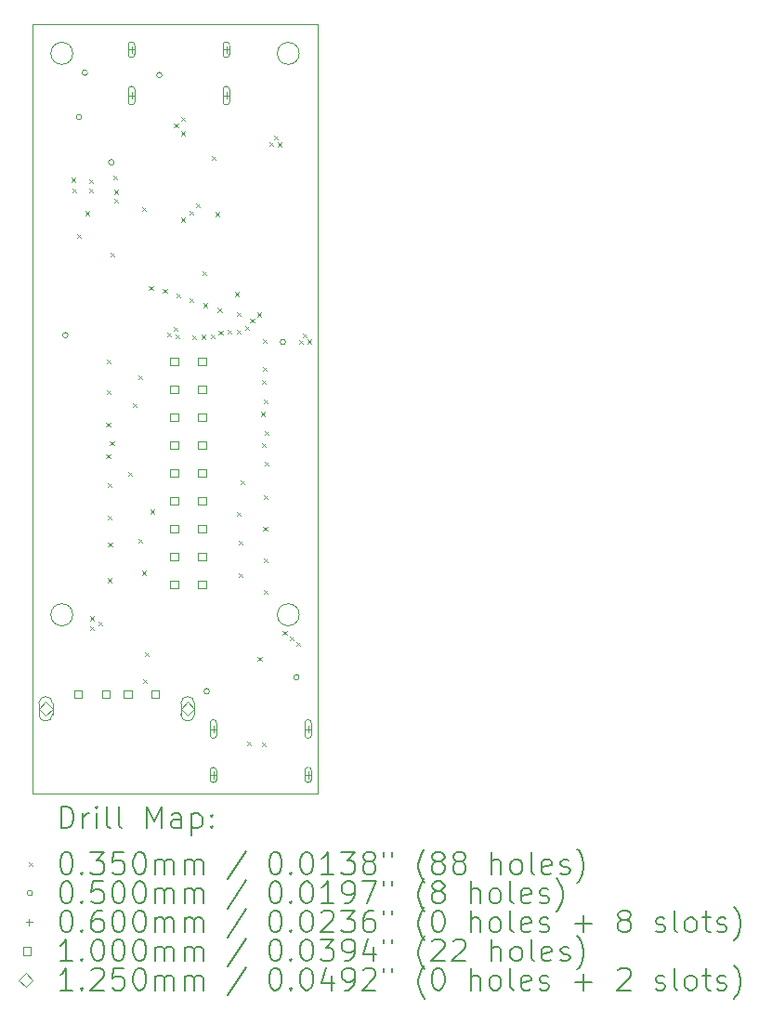
<source format=gbr>
%TF.GenerationSoftware,KiCad,Pcbnew,8.0.2*%
%TF.CreationDate,2024-05-20T21:07:20-07:00*%
%TF.ProjectId,snifferlyzer,736e6966-6665-4726-9c79-7a65722e6b69,rev?*%
%TF.SameCoordinates,Original*%
%TF.FileFunction,Drillmap*%
%TF.FilePolarity,Positive*%
%FSLAX45Y45*%
G04 Gerber Fmt 4.5, Leading zero omitted, Abs format (unit mm)*
G04 Created by KiCad (PCBNEW 8.0.2) date 2024-05-20 21:07:20*
%MOMM*%
%LPD*%
G01*
G04 APERTURE LIST*
%ADD10C,0.050000*%
%ADD11C,0.200000*%
%ADD12C,0.100000*%
%ADD13C,0.125000*%
G04 APERTURE END LIST*
D10*
X21285300Y-9152460D02*
G75*
G02*
X21085300Y-9152460I-100000J0D01*
G01*
X21085300Y-9152460D02*
G75*
G02*
X21285300Y-9152460I100000J0D01*
G01*
X19221960Y-14267180D02*
G75*
G02*
X19021960Y-14267180I-100000J0D01*
G01*
X19021960Y-14267180D02*
G75*
G02*
X19221960Y-14267180I100000J0D01*
G01*
X19221960Y-9152460D02*
G75*
G02*
X19021960Y-9152460I-100000J0D01*
G01*
X19021960Y-9152460D02*
G75*
G02*
X19221960Y-9152460I100000J0D01*
G01*
X18856960Y-8887460D02*
X21450300Y-8887460D01*
X21450300Y-15897860D01*
X18856960Y-15897860D01*
X18856960Y-8887460D01*
X21285300Y-14267180D02*
G75*
G02*
X21085300Y-14267180I-100000J0D01*
G01*
X21085300Y-14267180D02*
G75*
G02*
X21285300Y-14267180I100000J0D01*
G01*
D11*
D12*
X19207760Y-10287280D02*
X19242760Y-10322280D01*
X19242760Y-10287280D02*
X19207760Y-10322280D01*
X19217920Y-10381260D02*
X19252920Y-10416260D01*
X19252920Y-10381260D02*
X19217920Y-10416260D01*
X19258560Y-10797820D02*
X19293560Y-10832820D01*
X19293560Y-10797820D02*
X19258560Y-10832820D01*
X19337300Y-10592080D02*
X19372300Y-10627080D01*
X19372300Y-10592080D02*
X19337300Y-10627080D01*
X19370320Y-10297440D02*
X19405320Y-10332440D01*
X19405320Y-10297440D02*
X19370320Y-10332440D01*
X19372860Y-10381260D02*
X19407860Y-10416260D01*
X19407860Y-10381260D02*
X19372860Y-10416260D01*
X19377940Y-14374140D02*
X19412940Y-14409140D01*
X19412940Y-14374140D02*
X19377940Y-14409140D01*
X19380480Y-14282700D02*
X19415480Y-14317700D01*
X19415480Y-14282700D02*
X19380480Y-14317700D01*
X19451600Y-14328420D02*
X19486600Y-14363420D01*
X19486600Y-14328420D02*
X19451600Y-14363420D01*
X19526660Y-12518144D02*
X19561660Y-12553144D01*
X19561660Y-12518144D02*
X19526660Y-12553144D01*
X19526660Y-12802794D02*
X19561660Y-12837794D01*
X19561660Y-12802794D02*
X19526660Y-12837794D01*
X19530797Y-12223217D02*
X19565797Y-12258217D01*
X19565797Y-12223217D02*
X19530797Y-12258217D01*
X19533260Y-11941564D02*
X19568260Y-11976564D01*
X19568260Y-11941564D02*
X19533260Y-11976564D01*
X19542660Y-13068126D02*
X19577660Y-13103126D01*
X19577660Y-13068126D02*
X19542660Y-13103126D01*
X19542660Y-13362306D02*
X19577660Y-13397306D01*
X19577660Y-13362306D02*
X19542660Y-13397306D01*
X19542660Y-13936176D02*
X19577660Y-13971176D01*
X19577660Y-13936176D02*
X19542660Y-13971176D01*
X19543680Y-13609140D02*
X19578680Y-13644140D01*
X19578680Y-13609140D02*
X19543680Y-13644140D01*
X19560820Y-12685040D02*
X19595820Y-12720040D01*
X19595820Y-12685040D02*
X19560820Y-12720040D01*
X19563360Y-10968000D02*
X19598360Y-11003000D01*
X19598360Y-10968000D02*
X19563360Y-11003000D01*
X19591300Y-10264420D02*
X19626300Y-10299420D01*
X19626300Y-10264420D02*
X19591300Y-10299420D01*
X19598920Y-10475240D02*
X19633920Y-10510240D01*
X19633920Y-10475240D02*
X19598920Y-10510240D01*
X19599749Y-10397144D02*
X19634749Y-10432144D01*
X19634749Y-10397144D02*
X19599749Y-10432144D01*
X19725920Y-12966980D02*
X19760920Y-13001980D01*
X19760920Y-12966980D02*
X19725920Y-13001980D01*
X19771640Y-12342140D02*
X19806640Y-12377140D01*
X19806640Y-12342140D02*
X19771640Y-12377140D01*
X19819900Y-12088140D02*
X19854900Y-12123140D01*
X19854900Y-12088140D02*
X19819900Y-12123140D01*
X19822440Y-13574040D02*
X19857440Y-13609040D01*
X19857440Y-13574040D02*
X19822440Y-13609040D01*
X19852920Y-13868680D02*
X19887920Y-13903680D01*
X19887920Y-13868680D02*
X19852920Y-13903680D01*
X19855460Y-10556520D02*
X19890460Y-10591520D01*
X19890460Y-10556520D02*
X19855460Y-10591520D01*
X19860540Y-14856740D02*
X19895540Y-14891740D01*
X19895540Y-14856740D02*
X19860540Y-14891740D01*
X19875780Y-14610360D02*
X19910780Y-14645360D01*
X19910780Y-14610360D02*
X19875780Y-14645360D01*
X19916420Y-11270260D02*
X19951420Y-11305260D01*
X19951420Y-11270260D02*
X19916420Y-11305260D01*
X19926580Y-13309880D02*
X19961580Y-13344880D01*
X19961580Y-13309880D02*
X19926580Y-13344880D01*
X20043628Y-11300486D02*
X20078628Y-11335486D01*
X20078628Y-11300486D02*
X20043628Y-11335486D01*
X20078980Y-11694440D02*
X20113980Y-11729440D01*
X20113980Y-11694440D02*
X20078980Y-11729440D01*
X20137400Y-11643640D02*
X20172400Y-11678640D01*
X20172400Y-11643640D02*
X20137400Y-11678640D01*
X20145020Y-9789440D02*
X20180020Y-9824440D01*
X20180020Y-9789440D02*
X20145020Y-9824440D01*
X20160260Y-11714760D02*
X20195260Y-11749760D01*
X20195260Y-11714760D02*
X20160260Y-11749760D01*
X20164195Y-11340541D02*
X20199195Y-11375541D01*
X20199195Y-11340541D02*
X20164195Y-11375541D01*
X20205980Y-9733560D02*
X20240980Y-9768560D01*
X20240980Y-9733560D02*
X20205980Y-9768560D01*
X20205980Y-9863100D02*
X20240980Y-9898100D01*
X20240980Y-9863100D02*
X20205980Y-9898100D01*
X20211060Y-10650500D02*
X20246060Y-10685500D01*
X20246060Y-10650500D02*
X20211060Y-10685500D01*
X20282180Y-10584460D02*
X20317180Y-10619460D01*
X20317180Y-10584460D02*
X20282180Y-10619460D01*
X20288472Y-11386049D02*
X20323472Y-11421049D01*
X20323472Y-11386049D02*
X20288472Y-11421049D01*
X20312638Y-11723466D02*
X20347638Y-11758466D01*
X20347638Y-11723466D02*
X20312638Y-11758466D01*
X20340600Y-10520960D02*
X20375600Y-10555960D01*
X20375600Y-10520960D02*
X20340600Y-10555960D01*
X20396150Y-11717899D02*
X20431150Y-11752899D01*
X20431150Y-11717899D02*
X20396150Y-11752899D01*
X20401560Y-11135640D02*
X20436560Y-11170640D01*
X20436560Y-11135640D02*
X20401560Y-11170640D01*
X20414260Y-11430280D02*
X20449260Y-11465280D01*
X20449260Y-11430280D02*
X20414260Y-11465280D01*
X20478425Y-11713569D02*
X20513425Y-11748569D01*
X20513425Y-11713569D02*
X20478425Y-11748569D01*
X20490460Y-10089160D02*
X20525460Y-10124160D01*
X20525460Y-10089160D02*
X20490460Y-10124160D01*
X20518400Y-10599700D02*
X20553400Y-10634700D01*
X20553400Y-10599700D02*
X20518400Y-10634700D01*
X20542719Y-11472344D02*
X20577719Y-11507344D01*
X20577719Y-11472344D02*
X20542719Y-11507344D01*
X20551998Y-11681123D02*
X20586998Y-11716123D01*
X20586998Y-11681123D02*
X20551998Y-11716123D01*
X20633235Y-11669996D02*
X20668235Y-11704996D01*
X20668235Y-11669996D02*
X20633235Y-11704996D01*
X20696200Y-11328365D02*
X20731200Y-11363365D01*
X20731200Y-11328365D02*
X20696200Y-11363365D01*
X20713980Y-13332740D02*
X20748980Y-13367740D01*
X20748980Y-13332740D02*
X20713980Y-13367740D01*
X20716520Y-11671580D02*
X20751520Y-11706580D01*
X20751520Y-11671580D02*
X20716520Y-11706580D01*
X20717166Y-11510388D02*
X20752166Y-11545388D01*
X20752166Y-11510388D02*
X20717166Y-11545388D01*
X20731760Y-13594360D02*
X20766760Y-13629360D01*
X20766760Y-13594360D02*
X20731760Y-13629360D01*
X20731760Y-13886460D02*
X20766760Y-13921460D01*
X20766760Y-13886460D02*
X20731760Y-13921460D01*
X20749540Y-13043180D02*
X20784540Y-13078180D01*
X20784540Y-13043180D02*
X20749540Y-13078180D01*
X20792327Y-11639368D02*
X20827327Y-11674368D01*
X20827327Y-11639368D02*
X20792327Y-11674368D01*
X20811136Y-15421667D02*
X20846136Y-15456667D01*
X20846136Y-15421667D02*
X20811136Y-15456667D01*
X20839650Y-11570702D02*
X20874650Y-11605702D01*
X20874650Y-11570702D02*
X20839650Y-11605702D01*
X20901820Y-11514100D02*
X20936820Y-11549100D01*
X20936820Y-11514100D02*
X20901820Y-11549100D01*
X20907020Y-14651000D02*
X20942020Y-14686000D01*
X20942020Y-14651000D02*
X20907020Y-14686000D01*
X20937500Y-12420880D02*
X20972500Y-12455880D01*
X20972500Y-12420880D02*
X20937500Y-12455880D01*
X20942580Y-12131320D02*
X20977580Y-12166320D01*
X20977580Y-12131320D02*
X20942580Y-12166320D01*
X20942580Y-15428240D02*
X20977580Y-15463240D01*
X20977580Y-15428240D02*
X20942580Y-15463240D01*
X20945120Y-12705360D02*
X20980120Y-12740360D01*
X20980120Y-12705360D02*
X20945120Y-12740360D01*
X20955280Y-11752860D02*
X20990280Y-11787860D01*
X20990280Y-11752860D02*
X20955280Y-11787860D01*
X20956940Y-12012066D02*
X20991940Y-12047066D01*
X20991940Y-12012066D02*
X20956940Y-12047066D01*
X20957700Y-13467814D02*
X20992700Y-13502814D01*
X20992700Y-13467814D02*
X20957700Y-13502814D01*
X20958780Y-14038734D02*
X20993780Y-14073734D01*
X20993780Y-14038734D02*
X20958780Y-14073734D01*
X20959220Y-13752464D02*
X20994220Y-13787464D01*
X20994220Y-13752464D02*
X20959220Y-13787464D01*
X20961380Y-12307620D02*
X20996380Y-12342620D01*
X20996380Y-12307620D02*
X20961380Y-12342620D01*
X20962780Y-13176924D02*
X20997780Y-13211924D01*
X20997780Y-13176924D02*
X20962780Y-13211924D01*
X20968620Y-12596266D02*
X21003620Y-12631266D01*
X21003620Y-12596266D02*
X20968620Y-12631266D01*
X20971620Y-12874180D02*
X21006620Y-12909180D01*
X21006620Y-12874180D02*
X20971620Y-12909180D01*
X21016240Y-9962160D02*
X21051240Y-9997160D01*
X21051240Y-9962160D02*
X21016240Y-9997160D01*
X21051800Y-9903740D02*
X21086800Y-9938740D01*
X21086800Y-9903740D02*
X21051800Y-9938740D01*
X21087360Y-9964700D02*
X21122360Y-9999700D01*
X21122360Y-9964700D02*
X21087360Y-9999700D01*
X21135620Y-14412240D02*
X21170620Y-14447240D01*
X21170620Y-14412240D02*
X21135620Y-14447240D01*
X21196580Y-14463040D02*
X21231580Y-14498040D01*
X21231580Y-14463040D02*
X21196580Y-14498040D01*
X21257540Y-14516380D02*
X21292540Y-14551380D01*
X21292540Y-14516380D02*
X21257540Y-14551380D01*
X21282940Y-11763020D02*
X21317940Y-11798020D01*
X21317940Y-11763020D02*
X21282940Y-11798020D01*
X21315960Y-11702060D02*
X21350960Y-11737060D01*
X21350960Y-11702060D02*
X21315960Y-11737060D01*
X21356600Y-11760480D02*
X21391600Y-11795480D01*
X21391600Y-11760480D02*
X21356600Y-11795480D01*
X19179140Y-11719560D02*
G75*
G02*
X19129140Y-11719560I-25000J0D01*
G01*
X19129140Y-11719560D02*
G75*
G02*
X19179140Y-11719560I25000J0D01*
G01*
X19303600Y-9733280D02*
G75*
G02*
X19253600Y-9733280I-25000J0D01*
G01*
X19253600Y-9733280D02*
G75*
G02*
X19303600Y-9733280I25000J0D01*
G01*
X19356688Y-9328087D02*
G75*
G02*
X19306688Y-9328087I-25000J0D01*
G01*
X19306688Y-9328087D02*
G75*
G02*
X19356688Y-9328087I25000J0D01*
G01*
X19598240Y-10144760D02*
G75*
G02*
X19548240Y-10144760I-25000J0D01*
G01*
X19548240Y-10144760D02*
G75*
G02*
X19598240Y-10144760I25000J0D01*
G01*
X20035120Y-9349740D02*
G75*
G02*
X19985120Y-9349740I-25000J0D01*
G01*
X19985120Y-9349740D02*
G75*
G02*
X20035120Y-9349740I25000J0D01*
G01*
X20467744Y-14964273D02*
G75*
G02*
X20417744Y-14964273I-25000J0D01*
G01*
X20417744Y-14964273D02*
G75*
G02*
X20467744Y-14964273I25000J0D01*
G01*
X21161610Y-11781790D02*
G75*
G02*
X21111610Y-11781790I-25000J0D01*
G01*
X21111610Y-11781790D02*
G75*
G02*
X21161610Y-11781790I25000J0D01*
G01*
X21284800Y-14836140D02*
G75*
G02*
X21234800Y-14836140I-25000J0D01*
G01*
X21234800Y-14836140D02*
G75*
G02*
X21284800Y-14836140I25000J0D01*
G01*
X19756480Y-9088900D02*
X19756480Y-9148900D01*
X19726480Y-9118900D02*
X19786480Y-9118900D01*
X19786480Y-9158900D02*
X19786480Y-9078900D01*
X19726480Y-9078900D02*
G75*
G02*
X19786480Y-9078900I30000J0D01*
G01*
X19726480Y-9078900D02*
X19726480Y-9158900D01*
X19726480Y-9158900D02*
G75*
G03*
X19786480Y-9158900I30000J0D01*
G01*
X19756480Y-9506900D02*
X19756480Y-9566900D01*
X19726480Y-9536900D02*
X19786480Y-9536900D01*
X19786480Y-9591900D02*
X19786480Y-9481900D01*
X19726480Y-9481900D02*
G75*
G02*
X19786480Y-9481900I30000J0D01*
G01*
X19726480Y-9481900D02*
X19726480Y-9591900D01*
X19726480Y-9591900D02*
G75*
G03*
X19786480Y-9591900I30000J0D01*
G01*
X20502680Y-15279020D02*
X20502680Y-15339020D01*
X20472680Y-15309020D02*
X20532680Y-15309020D01*
X20472680Y-15254020D02*
X20472680Y-15364020D01*
X20532680Y-15364020D02*
G75*
G02*
X20472680Y-15364020I-30000J0D01*
G01*
X20532680Y-15364020D02*
X20532680Y-15254020D01*
X20532680Y-15254020D02*
G75*
G03*
X20472680Y-15254020I-30000J0D01*
G01*
X20502680Y-15697020D02*
X20502680Y-15757020D01*
X20472680Y-15727020D02*
X20532680Y-15727020D01*
X20472680Y-15687020D02*
X20472680Y-15767020D01*
X20532680Y-15767020D02*
G75*
G02*
X20472680Y-15767020I-30000J0D01*
G01*
X20532680Y-15767020D02*
X20532680Y-15687020D01*
X20532680Y-15687020D02*
G75*
G03*
X20472680Y-15687020I-30000J0D01*
G01*
X20620480Y-9088900D02*
X20620480Y-9148900D01*
X20590480Y-9118900D02*
X20650480Y-9118900D01*
X20650480Y-9158900D02*
X20650480Y-9078900D01*
X20590480Y-9078900D02*
G75*
G02*
X20650480Y-9078900I30000J0D01*
G01*
X20590480Y-9078900D02*
X20590480Y-9158900D01*
X20590480Y-9158900D02*
G75*
G03*
X20650480Y-9158900I30000J0D01*
G01*
X20620480Y-9506900D02*
X20620480Y-9566900D01*
X20590480Y-9536900D02*
X20650480Y-9536900D01*
X20650480Y-9591900D02*
X20650480Y-9481900D01*
X20590480Y-9481900D02*
G75*
G02*
X20650480Y-9481900I30000J0D01*
G01*
X20590480Y-9481900D02*
X20590480Y-9591900D01*
X20590480Y-9591900D02*
G75*
G03*
X20650480Y-9591900I30000J0D01*
G01*
X21366680Y-15279020D02*
X21366680Y-15339020D01*
X21336680Y-15309020D02*
X21396680Y-15309020D01*
X21336680Y-15254020D02*
X21336680Y-15364020D01*
X21396680Y-15364020D02*
G75*
G02*
X21336680Y-15364020I-30000J0D01*
G01*
X21396680Y-15364020D02*
X21396680Y-15254020D01*
X21396680Y-15254020D02*
G75*
G03*
X21336680Y-15254020I-30000J0D01*
G01*
X21366680Y-15697020D02*
X21366680Y-15757020D01*
X21336680Y-15727020D02*
X21396680Y-15727020D01*
X21336680Y-15687020D02*
X21336680Y-15767020D01*
X21396680Y-15767020D02*
G75*
G02*
X21336680Y-15767020I-30000J0D01*
G01*
X21396680Y-15767020D02*
X21396680Y-15687020D01*
X21396680Y-15687020D02*
G75*
G03*
X21336680Y-15687020I-30000J0D01*
G01*
X19306856Y-15026006D02*
X19306856Y-14955294D01*
X19236144Y-14955294D01*
X19236144Y-15026006D01*
X19306856Y-15026006D01*
X19556856Y-15026006D02*
X19556856Y-14955294D01*
X19486144Y-14955294D01*
X19486144Y-15026006D01*
X19556856Y-15026006D01*
X19756856Y-15026006D02*
X19756856Y-14955294D01*
X19686144Y-14955294D01*
X19686144Y-15026006D01*
X19756856Y-15026006D01*
X20006856Y-15026006D02*
X20006856Y-14955294D01*
X19936144Y-14955294D01*
X19936144Y-15026006D01*
X20006856Y-15026006D01*
X20182636Y-11996216D02*
X20182636Y-11925504D01*
X20111924Y-11925504D01*
X20111924Y-11996216D01*
X20182636Y-11996216D01*
X20182636Y-12250216D02*
X20182636Y-12179504D01*
X20111924Y-12179504D01*
X20111924Y-12250216D01*
X20182636Y-12250216D01*
X20182636Y-12504216D02*
X20182636Y-12433504D01*
X20111924Y-12433504D01*
X20111924Y-12504216D01*
X20182636Y-12504216D01*
X20182636Y-12758216D02*
X20182636Y-12687504D01*
X20111924Y-12687504D01*
X20111924Y-12758216D01*
X20182636Y-12758216D01*
X20182636Y-13012216D02*
X20182636Y-12941504D01*
X20111924Y-12941504D01*
X20111924Y-13012216D01*
X20182636Y-13012216D01*
X20182636Y-13266216D02*
X20182636Y-13195504D01*
X20111924Y-13195504D01*
X20111924Y-13266216D01*
X20182636Y-13266216D01*
X20182636Y-13520216D02*
X20182636Y-13449504D01*
X20111924Y-13449504D01*
X20111924Y-13520216D01*
X20182636Y-13520216D01*
X20182636Y-13774216D02*
X20182636Y-13703504D01*
X20111924Y-13703504D01*
X20111924Y-13774216D01*
X20182636Y-13774216D01*
X20182636Y-14028216D02*
X20182636Y-13957504D01*
X20111924Y-13957504D01*
X20111924Y-14028216D01*
X20182636Y-14028216D01*
X20436636Y-11996216D02*
X20436636Y-11925504D01*
X20365924Y-11925504D01*
X20365924Y-11996216D01*
X20436636Y-11996216D01*
X20436636Y-12250216D02*
X20436636Y-12179504D01*
X20365924Y-12179504D01*
X20365924Y-12250216D01*
X20436636Y-12250216D01*
X20436636Y-12504216D02*
X20436636Y-12433504D01*
X20365924Y-12433504D01*
X20365924Y-12504216D01*
X20436636Y-12504216D01*
X20436636Y-12758216D02*
X20436636Y-12687504D01*
X20365924Y-12687504D01*
X20365924Y-12758216D01*
X20436636Y-12758216D01*
X20436636Y-13012216D02*
X20436636Y-12941504D01*
X20365924Y-12941504D01*
X20365924Y-13012216D01*
X20436636Y-13012216D01*
X20436636Y-13266216D02*
X20436636Y-13195504D01*
X20365924Y-13195504D01*
X20365924Y-13266216D01*
X20436636Y-13266216D01*
X20436636Y-13520216D02*
X20436636Y-13449504D01*
X20365924Y-13449504D01*
X20365924Y-13520216D01*
X20436636Y-13520216D01*
X20436636Y-13774216D02*
X20436636Y-13703504D01*
X20365924Y-13703504D01*
X20365924Y-13774216D01*
X20436636Y-13774216D01*
X20436636Y-14028216D02*
X20436636Y-13957504D01*
X20365924Y-13957504D01*
X20365924Y-14028216D01*
X20436636Y-14028216D01*
D13*
X18974500Y-15187150D02*
X19037000Y-15124650D01*
X18974500Y-15062150D01*
X18912000Y-15124650D01*
X18974500Y-15187150D01*
D12*
X18912000Y-15074650D02*
X18912000Y-15174650D01*
X19037000Y-15174650D02*
G75*
G02*
X18912000Y-15174650I-62500J0D01*
G01*
X19037000Y-15174650D02*
X19037000Y-15074650D01*
X19037000Y-15074650D02*
G75*
G03*
X18912000Y-15074650I-62500J0D01*
G01*
D13*
X20268500Y-15187150D02*
X20331000Y-15124650D01*
X20268500Y-15062150D01*
X20206000Y-15124650D01*
X20268500Y-15187150D01*
D12*
X20206000Y-15074650D02*
X20206000Y-15174650D01*
X20331000Y-15174650D02*
G75*
G02*
X20206000Y-15174650I-62500J0D01*
G01*
X20331000Y-15174650D02*
X20331000Y-15074650D01*
X20331000Y-15074650D02*
G75*
G03*
X20206000Y-15074650I-62500J0D01*
G01*
D11*
X19115237Y-16211844D02*
X19115237Y-16011844D01*
X19115237Y-16011844D02*
X19162856Y-16011844D01*
X19162856Y-16011844D02*
X19191427Y-16021368D01*
X19191427Y-16021368D02*
X19210475Y-16040415D01*
X19210475Y-16040415D02*
X19219999Y-16059463D01*
X19219999Y-16059463D02*
X19229523Y-16097558D01*
X19229523Y-16097558D02*
X19229523Y-16126129D01*
X19229523Y-16126129D02*
X19219999Y-16164225D01*
X19219999Y-16164225D02*
X19210475Y-16183272D01*
X19210475Y-16183272D02*
X19191427Y-16202320D01*
X19191427Y-16202320D02*
X19162856Y-16211844D01*
X19162856Y-16211844D02*
X19115237Y-16211844D01*
X19315237Y-16211844D02*
X19315237Y-16078510D01*
X19315237Y-16116606D02*
X19324761Y-16097558D01*
X19324761Y-16097558D02*
X19334284Y-16088034D01*
X19334284Y-16088034D02*
X19353332Y-16078510D01*
X19353332Y-16078510D02*
X19372380Y-16078510D01*
X19439046Y-16211844D02*
X19439046Y-16078510D01*
X19439046Y-16011844D02*
X19429523Y-16021368D01*
X19429523Y-16021368D02*
X19439046Y-16030891D01*
X19439046Y-16030891D02*
X19448570Y-16021368D01*
X19448570Y-16021368D02*
X19439046Y-16011844D01*
X19439046Y-16011844D02*
X19439046Y-16030891D01*
X19562856Y-16211844D02*
X19543808Y-16202320D01*
X19543808Y-16202320D02*
X19534284Y-16183272D01*
X19534284Y-16183272D02*
X19534284Y-16011844D01*
X19667618Y-16211844D02*
X19648570Y-16202320D01*
X19648570Y-16202320D02*
X19639046Y-16183272D01*
X19639046Y-16183272D02*
X19639046Y-16011844D01*
X19896189Y-16211844D02*
X19896189Y-16011844D01*
X19896189Y-16011844D02*
X19962856Y-16154701D01*
X19962856Y-16154701D02*
X20029523Y-16011844D01*
X20029523Y-16011844D02*
X20029523Y-16211844D01*
X20210475Y-16211844D02*
X20210475Y-16107082D01*
X20210475Y-16107082D02*
X20200951Y-16088034D01*
X20200951Y-16088034D02*
X20181904Y-16078510D01*
X20181904Y-16078510D02*
X20143808Y-16078510D01*
X20143808Y-16078510D02*
X20124761Y-16088034D01*
X20210475Y-16202320D02*
X20191427Y-16211844D01*
X20191427Y-16211844D02*
X20143808Y-16211844D01*
X20143808Y-16211844D02*
X20124761Y-16202320D01*
X20124761Y-16202320D02*
X20115237Y-16183272D01*
X20115237Y-16183272D02*
X20115237Y-16164225D01*
X20115237Y-16164225D02*
X20124761Y-16145177D01*
X20124761Y-16145177D02*
X20143808Y-16135653D01*
X20143808Y-16135653D02*
X20191427Y-16135653D01*
X20191427Y-16135653D02*
X20210475Y-16126129D01*
X20305713Y-16078510D02*
X20305713Y-16278510D01*
X20305713Y-16088034D02*
X20324761Y-16078510D01*
X20324761Y-16078510D02*
X20362856Y-16078510D01*
X20362856Y-16078510D02*
X20381904Y-16088034D01*
X20381904Y-16088034D02*
X20391427Y-16097558D01*
X20391427Y-16097558D02*
X20400951Y-16116606D01*
X20400951Y-16116606D02*
X20400951Y-16173748D01*
X20400951Y-16173748D02*
X20391427Y-16192796D01*
X20391427Y-16192796D02*
X20381904Y-16202320D01*
X20381904Y-16202320D02*
X20362856Y-16211844D01*
X20362856Y-16211844D02*
X20324761Y-16211844D01*
X20324761Y-16211844D02*
X20305713Y-16202320D01*
X20486665Y-16192796D02*
X20496189Y-16202320D01*
X20496189Y-16202320D02*
X20486665Y-16211844D01*
X20486665Y-16211844D02*
X20477142Y-16202320D01*
X20477142Y-16202320D02*
X20486665Y-16192796D01*
X20486665Y-16192796D02*
X20486665Y-16211844D01*
X20486665Y-16088034D02*
X20496189Y-16097558D01*
X20496189Y-16097558D02*
X20486665Y-16107082D01*
X20486665Y-16107082D02*
X20477142Y-16097558D01*
X20477142Y-16097558D02*
X20486665Y-16088034D01*
X20486665Y-16088034D02*
X20486665Y-16107082D01*
D12*
X18819460Y-16522860D02*
X18854460Y-16557860D01*
X18854460Y-16522860D02*
X18819460Y-16557860D01*
D11*
X19153332Y-16431844D02*
X19172380Y-16431844D01*
X19172380Y-16431844D02*
X19191427Y-16441368D01*
X19191427Y-16441368D02*
X19200951Y-16450891D01*
X19200951Y-16450891D02*
X19210475Y-16469939D01*
X19210475Y-16469939D02*
X19219999Y-16508034D01*
X19219999Y-16508034D02*
X19219999Y-16555653D01*
X19219999Y-16555653D02*
X19210475Y-16593748D01*
X19210475Y-16593748D02*
X19200951Y-16612796D01*
X19200951Y-16612796D02*
X19191427Y-16622320D01*
X19191427Y-16622320D02*
X19172380Y-16631844D01*
X19172380Y-16631844D02*
X19153332Y-16631844D01*
X19153332Y-16631844D02*
X19134284Y-16622320D01*
X19134284Y-16622320D02*
X19124761Y-16612796D01*
X19124761Y-16612796D02*
X19115237Y-16593748D01*
X19115237Y-16593748D02*
X19105713Y-16555653D01*
X19105713Y-16555653D02*
X19105713Y-16508034D01*
X19105713Y-16508034D02*
X19115237Y-16469939D01*
X19115237Y-16469939D02*
X19124761Y-16450891D01*
X19124761Y-16450891D02*
X19134284Y-16441368D01*
X19134284Y-16441368D02*
X19153332Y-16431844D01*
X19305713Y-16612796D02*
X19315237Y-16622320D01*
X19315237Y-16622320D02*
X19305713Y-16631844D01*
X19305713Y-16631844D02*
X19296189Y-16622320D01*
X19296189Y-16622320D02*
X19305713Y-16612796D01*
X19305713Y-16612796D02*
X19305713Y-16631844D01*
X19381904Y-16431844D02*
X19505713Y-16431844D01*
X19505713Y-16431844D02*
X19439046Y-16508034D01*
X19439046Y-16508034D02*
X19467618Y-16508034D01*
X19467618Y-16508034D02*
X19486665Y-16517558D01*
X19486665Y-16517558D02*
X19496189Y-16527082D01*
X19496189Y-16527082D02*
X19505713Y-16546129D01*
X19505713Y-16546129D02*
X19505713Y-16593748D01*
X19505713Y-16593748D02*
X19496189Y-16612796D01*
X19496189Y-16612796D02*
X19486665Y-16622320D01*
X19486665Y-16622320D02*
X19467618Y-16631844D01*
X19467618Y-16631844D02*
X19410475Y-16631844D01*
X19410475Y-16631844D02*
X19391427Y-16622320D01*
X19391427Y-16622320D02*
X19381904Y-16612796D01*
X19686665Y-16431844D02*
X19591427Y-16431844D01*
X19591427Y-16431844D02*
X19581904Y-16527082D01*
X19581904Y-16527082D02*
X19591427Y-16517558D01*
X19591427Y-16517558D02*
X19610475Y-16508034D01*
X19610475Y-16508034D02*
X19658094Y-16508034D01*
X19658094Y-16508034D02*
X19677142Y-16517558D01*
X19677142Y-16517558D02*
X19686665Y-16527082D01*
X19686665Y-16527082D02*
X19696189Y-16546129D01*
X19696189Y-16546129D02*
X19696189Y-16593748D01*
X19696189Y-16593748D02*
X19686665Y-16612796D01*
X19686665Y-16612796D02*
X19677142Y-16622320D01*
X19677142Y-16622320D02*
X19658094Y-16631844D01*
X19658094Y-16631844D02*
X19610475Y-16631844D01*
X19610475Y-16631844D02*
X19591427Y-16622320D01*
X19591427Y-16622320D02*
X19581904Y-16612796D01*
X19819999Y-16431844D02*
X19839046Y-16431844D01*
X19839046Y-16431844D02*
X19858094Y-16441368D01*
X19858094Y-16441368D02*
X19867618Y-16450891D01*
X19867618Y-16450891D02*
X19877142Y-16469939D01*
X19877142Y-16469939D02*
X19886665Y-16508034D01*
X19886665Y-16508034D02*
X19886665Y-16555653D01*
X19886665Y-16555653D02*
X19877142Y-16593748D01*
X19877142Y-16593748D02*
X19867618Y-16612796D01*
X19867618Y-16612796D02*
X19858094Y-16622320D01*
X19858094Y-16622320D02*
X19839046Y-16631844D01*
X19839046Y-16631844D02*
X19819999Y-16631844D01*
X19819999Y-16631844D02*
X19800951Y-16622320D01*
X19800951Y-16622320D02*
X19791427Y-16612796D01*
X19791427Y-16612796D02*
X19781904Y-16593748D01*
X19781904Y-16593748D02*
X19772380Y-16555653D01*
X19772380Y-16555653D02*
X19772380Y-16508034D01*
X19772380Y-16508034D02*
X19781904Y-16469939D01*
X19781904Y-16469939D02*
X19791427Y-16450891D01*
X19791427Y-16450891D02*
X19800951Y-16441368D01*
X19800951Y-16441368D02*
X19819999Y-16431844D01*
X19972380Y-16631844D02*
X19972380Y-16498510D01*
X19972380Y-16517558D02*
X19981904Y-16508034D01*
X19981904Y-16508034D02*
X20000951Y-16498510D01*
X20000951Y-16498510D02*
X20029523Y-16498510D01*
X20029523Y-16498510D02*
X20048570Y-16508034D01*
X20048570Y-16508034D02*
X20058094Y-16527082D01*
X20058094Y-16527082D02*
X20058094Y-16631844D01*
X20058094Y-16527082D02*
X20067618Y-16508034D01*
X20067618Y-16508034D02*
X20086665Y-16498510D01*
X20086665Y-16498510D02*
X20115237Y-16498510D01*
X20115237Y-16498510D02*
X20134285Y-16508034D01*
X20134285Y-16508034D02*
X20143808Y-16527082D01*
X20143808Y-16527082D02*
X20143808Y-16631844D01*
X20239046Y-16631844D02*
X20239046Y-16498510D01*
X20239046Y-16517558D02*
X20248570Y-16508034D01*
X20248570Y-16508034D02*
X20267618Y-16498510D01*
X20267618Y-16498510D02*
X20296189Y-16498510D01*
X20296189Y-16498510D02*
X20315237Y-16508034D01*
X20315237Y-16508034D02*
X20324761Y-16527082D01*
X20324761Y-16527082D02*
X20324761Y-16631844D01*
X20324761Y-16527082D02*
X20334285Y-16508034D01*
X20334285Y-16508034D02*
X20353332Y-16498510D01*
X20353332Y-16498510D02*
X20381904Y-16498510D01*
X20381904Y-16498510D02*
X20400951Y-16508034D01*
X20400951Y-16508034D02*
X20410475Y-16527082D01*
X20410475Y-16527082D02*
X20410475Y-16631844D01*
X20800951Y-16422320D02*
X20629523Y-16679463D01*
X21058094Y-16431844D02*
X21077142Y-16431844D01*
X21077142Y-16431844D02*
X21096189Y-16441368D01*
X21096189Y-16441368D02*
X21105713Y-16450891D01*
X21105713Y-16450891D02*
X21115237Y-16469939D01*
X21115237Y-16469939D02*
X21124761Y-16508034D01*
X21124761Y-16508034D02*
X21124761Y-16555653D01*
X21124761Y-16555653D02*
X21115237Y-16593748D01*
X21115237Y-16593748D02*
X21105713Y-16612796D01*
X21105713Y-16612796D02*
X21096189Y-16622320D01*
X21096189Y-16622320D02*
X21077142Y-16631844D01*
X21077142Y-16631844D02*
X21058094Y-16631844D01*
X21058094Y-16631844D02*
X21039047Y-16622320D01*
X21039047Y-16622320D02*
X21029523Y-16612796D01*
X21029523Y-16612796D02*
X21019999Y-16593748D01*
X21019999Y-16593748D02*
X21010475Y-16555653D01*
X21010475Y-16555653D02*
X21010475Y-16508034D01*
X21010475Y-16508034D02*
X21019999Y-16469939D01*
X21019999Y-16469939D02*
X21029523Y-16450891D01*
X21029523Y-16450891D02*
X21039047Y-16441368D01*
X21039047Y-16441368D02*
X21058094Y-16431844D01*
X21210475Y-16612796D02*
X21219999Y-16622320D01*
X21219999Y-16622320D02*
X21210475Y-16631844D01*
X21210475Y-16631844D02*
X21200951Y-16622320D01*
X21200951Y-16622320D02*
X21210475Y-16612796D01*
X21210475Y-16612796D02*
X21210475Y-16631844D01*
X21343808Y-16431844D02*
X21362856Y-16431844D01*
X21362856Y-16431844D02*
X21381904Y-16441368D01*
X21381904Y-16441368D02*
X21391428Y-16450891D01*
X21391428Y-16450891D02*
X21400951Y-16469939D01*
X21400951Y-16469939D02*
X21410475Y-16508034D01*
X21410475Y-16508034D02*
X21410475Y-16555653D01*
X21410475Y-16555653D02*
X21400951Y-16593748D01*
X21400951Y-16593748D02*
X21391428Y-16612796D01*
X21391428Y-16612796D02*
X21381904Y-16622320D01*
X21381904Y-16622320D02*
X21362856Y-16631844D01*
X21362856Y-16631844D02*
X21343808Y-16631844D01*
X21343808Y-16631844D02*
X21324761Y-16622320D01*
X21324761Y-16622320D02*
X21315237Y-16612796D01*
X21315237Y-16612796D02*
X21305713Y-16593748D01*
X21305713Y-16593748D02*
X21296189Y-16555653D01*
X21296189Y-16555653D02*
X21296189Y-16508034D01*
X21296189Y-16508034D02*
X21305713Y-16469939D01*
X21305713Y-16469939D02*
X21315237Y-16450891D01*
X21315237Y-16450891D02*
X21324761Y-16441368D01*
X21324761Y-16441368D02*
X21343808Y-16431844D01*
X21600951Y-16631844D02*
X21486666Y-16631844D01*
X21543808Y-16631844D02*
X21543808Y-16431844D01*
X21543808Y-16431844D02*
X21524761Y-16460415D01*
X21524761Y-16460415D02*
X21505713Y-16479463D01*
X21505713Y-16479463D02*
X21486666Y-16488987D01*
X21667618Y-16431844D02*
X21791428Y-16431844D01*
X21791428Y-16431844D02*
X21724761Y-16508034D01*
X21724761Y-16508034D02*
X21753332Y-16508034D01*
X21753332Y-16508034D02*
X21772380Y-16517558D01*
X21772380Y-16517558D02*
X21781904Y-16527082D01*
X21781904Y-16527082D02*
X21791428Y-16546129D01*
X21791428Y-16546129D02*
X21791428Y-16593748D01*
X21791428Y-16593748D02*
X21781904Y-16612796D01*
X21781904Y-16612796D02*
X21772380Y-16622320D01*
X21772380Y-16622320D02*
X21753332Y-16631844D01*
X21753332Y-16631844D02*
X21696189Y-16631844D01*
X21696189Y-16631844D02*
X21677142Y-16622320D01*
X21677142Y-16622320D02*
X21667618Y-16612796D01*
X21905713Y-16517558D02*
X21886666Y-16508034D01*
X21886666Y-16508034D02*
X21877142Y-16498510D01*
X21877142Y-16498510D02*
X21867618Y-16479463D01*
X21867618Y-16479463D02*
X21867618Y-16469939D01*
X21867618Y-16469939D02*
X21877142Y-16450891D01*
X21877142Y-16450891D02*
X21886666Y-16441368D01*
X21886666Y-16441368D02*
X21905713Y-16431844D01*
X21905713Y-16431844D02*
X21943809Y-16431844D01*
X21943809Y-16431844D02*
X21962856Y-16441368D01*
X21962856Y-16441368D02*
X21972380Y-16450891D01*
X21972380Y-16450891D02*
X21981904Y-16469939D01*
X21981904Y-16469939D02*
X21981904Y-16479463D01*
X21981904Y-16479463D02*
X21972380Y-16498510D01*
X21972380Y-16498510D02*
X21962856Y-16508034D01*
X21962856Y-16508034D02*
X21943809Y-16517558D01*
X21943809Y-16517558D02*
X21905713Y-16517558D01*
X21905713Y-16517558D02*
X21886666Y-16527082D01*
X21886666Y-16527082D02*
X21877142Y-16536606D01*
X21877142Y-16536606D02*
X21867618Y-16555653D01*
X21867618Y-16555653D02*
X21867618Y-16593748D01*
X21867618Y-16593748D02*
X21877142Y-16612796D01*
X21877142Y-16612796D02*
X21886666Y-16622320D01*
X21886666Y-16622320D02*
X21905713Y-16631844D01*
X21905713Y-16631844D02*
X21943809Y-16631844D01*
X21943809Y-16631844D02*
X21962856Y-16622320D01*
X21962856Y-16622320D02*
X21972380Y-16612796D01*
X21972380Y-16612796D02*
X21981904Y-16593748D01*
X21981904Y-16593748D02*
X21981904Y-16555653D01*
X21981904Y-16555653D02*
X21972380Y-16536606D01*
X21972380Y-16536606D02*
X21962856Y-16527082D01*
X21962856Y-16527082D02*
X21943809Y-16517558D01*
X22058094Y-16431844D02*
X22058094Y-16469939D01*
X22134285Y-16431844D02*
X22134285Y-16469939D01*
X22429523Y-16708034D02*
X22419999Y-16698510D01*
X22419999Y-16698510D02*
X22400951Y-16669939D01*
X22400951Y-16669939D02*
X22391428Y-16650891D01*
X22391428Y-16650891D02*
X22381904Y-16622320D01*
X22381904Y-16622320D02*
X22372380Y-16574701D01*
X22372380Y-16574701D02*
X22372380Y-16536606D01*
X22372380Y-16536606D02*
X22381904Y-16488987D01*
X22381904Y-16488987D02*
X22391428Y-16460415D01*
X22391428Y-16460415D02*
X22400951Y-16441368D01*
X22400951Y-16441368D02*
X22419999Y-16412796D01*
X22419999Y-16412796D02*
X22429523Y-16403272D01*
X22534285Y-16517558D02*
X22515237Y-16508034D01*
X22515237Y-16508034D02*
X22505713Y-16498510D01*
X22505713Y-16498510D02*
X22496189Y-16479463D01*
X22496189Y-16479463D02*
X22496189Y-16469939D01*
X22496189Y-16469939D02*
X22505713Y-16450891D01*
X22505713Y-16450891D02*
X22515237Y-16441368D01*
X22515237Y-16441368D02*
X22534285Y-16431844D01*
X22534285Y-16431844D02*
X22572380Y-16431844D01*
X22572380Y-16431844D02*
X22591428Y-16441368D01*
X22591428Y-16441368D02*
X22600951Y-16450891D01*
X22600951Y-16450891D02*
X22610475Y-16469939D01*
X22610475Y-16469939D02*
X22610475Y-16479463D01*
X22610475Y-16479463D02*
X22600951Y-16498510D01*
X22600951Y-16498510D02*
X22591428Y-16508034D01*
X22591428Y-16508034D02*
X22572380Y-16517558D01*
X22572380Y-16517558D02*
X22534285Y-16517558D01*
X22534285Y-16517558D02*
X22515237Y-16527082D01*
X22515237Y-16527082D02*
X22505713Y-16536606D01*
X22505713Y-16536606D02*
X22496189Y-16555653D01*
X22496189Y-16555653D02*
X22496189Y-16593748D01*
X22496189Y-16593748D02*
X22505713Y-16612796D01*
X22505713Y-16612796D02*
X22515237Y-16622320D01*
X22515237Y-16622320D02*
X22534285Y-16631844D01*
X22534285Y-16631844D02*
X22572380Y-16631844D01*
X22572380Y-16631844D02*
X22591428Y-16622320D01*
X22591428Y-16622320D02*
X22600951Y-16612796D01*
X22600951Y-16612796D02*
X22610475Y-16593748D01*
X22610475Y-16593748D02*
X22610475Y-16555653D01*
X22610475Y-16555653D02*
X22600951Y-16536606D01*
X22600951Y-16536606D02*
X22591428Y-16527082D01*
X22591428Y-16527082D02*
X22572380Y-16517558D01*
X22724761Y-16517558D02*
X22705713Y-16508034D01*
X22705713Y-16508034D02*
X22696189Y-16498510D01*
X22696189Y-16498510D02*
X22686666Y-16479463D01*
X22686666Y-16479463D02*
X22686666Y-16469939D01*
X22686666Y-16469939D02*
X22696189Y-16450891D01*
X22696189Y-16450891D02*
X22705713Y-16441368D01*
X22705713Y-16441368D02*
X22724761Y-16431844D01*
X22724761Y-16431844D02*
X22762856Y-16431844D01*
X22762856Y-16431844D02*
X22781904Y-16441368D01*
X22781904Y-16441368D02*
X22791428Y-16450891D01*
X22791428Y-16450891D02*
X22800951Y-16469939D01*
X22800951Y-16469939D02*
X22800951Y-16479463D01*
X22800951Y-16479463D02*
X22791428Y-16498510D01*
X22791428Y-16498510D02*
X22781904Y-16508034D01*
X22781904Y-16508034D02*
X22762856Y-16517558D01*
X22762856Y-16517558D02*
X22724761Y-16517558D01*
X22724761Y-16517558D02*
X22705713Y-16527082D01*
X22705713Y-16527082D02*
X22696189Y-16536606D01*
X22696189Y-16536606D02*
X22686666Y-16555653D01*
X22686666Y-16555653D02*
X22686666Y-16593748D01*
X22686666Y-16593748D02*
X22696189Y-16612796D01*
X22696189Y-16612796D02*
X22705713Y-16622320D01*
X22705713Y-16622320D02*
X22724761Y-16631844D01*
X22724761Y-16631844D02*
X22762856Y-16631844D01*
X22762856Y-16631844D02*
X22781904Y-16622320D01*
X22781904Y-16622320D02*
X22791428Y-16612796D01*
X22791428Y-16612796D02*
X22800951Y-16593748D01*
X22800951Y-16593748D02*
X22800951Y-16555653D01*
X22800951Y-16555653D02*
X22791428Y-16536606D01*
X22791428Y-16536606D02*
X22781904Y-16527082D01*
X22781904Y-16527082D02*
X22762856Y-16517558D01*
X23039047Y-16631844D02*
X23039047Y-16431844D01*
X23124761Y-16631844D02*
X23124761Y-16527082D01*
X23124761Y-16527082D02*
X23115237Y-16508034D01*
X23115237Y-16508034D02*
X23096190Y-16498510D01*
X23096190Y-16498510D02*
X23067618Y-16498510D01*
X23067618Y-16498510D02*
X23048570Y-16508034D01*
X23048570Y-16508034D02*
X23039047Y-16517558D01*
X23248570Y-16631844D02*
X23229523Y-16622320D01*
X23229523Y-16622320D02*
X23219999Y-16612796D01*
X23219999Y-16612796D02*
X23210475Y-16593748D01*
X23210475Y-16593748D02*
X23210475Y-16536606D01*
X23210475Y-16536606D02*
X23219999Y-16517558D01*
X23219999Y-16517558D02*
X23229523Y-16508034D01*
X23229523Y-16508034D02*
X23248570Y-16498510D01*
X23248570Y-16498510D02*
X23277142Y-16498510D01*
X23277142Y-16498510D02*
X23296190Y-16508034D01*
X23296190Y-16508034D02*
X23305713Y-16517558D01*
X23305713Y-16517558D02*
X23315237Y-16536606D01*
X23315237Y-16536606D02*
X23315237Y-16593748D01*
X23315237Y-16593748D02*
X23305713Y-16612796D01*
X23305713Y-16612796D02*
X23296190Y-16622320D01*
X23296190Y-16622320D02*
X23277142Y-16631844D01*
X23277142Y-16631844D02*
X23248570Y-16631844D01*
X23429523Y-16631844D02*
X23410475Y-16622320D01*
X23410475Y-16622320D02*
X23400951Y-16603272D01*
X23400951Y-16603272D02*
X23400951Y-16431844D01*
X23581904Y-16622320D02*
X23562856Y-16631844D01*
X23562856Y-16631844D02*
X23524761Y-16631844D01*
X23524761Y-16631844D02*
X23505713Y-16622320D01*
X23505713Y-16622320D02*
X23496190Y-16603272D01*
X23496190Y-16603272D02*
X23496190Y-16527082D01*
X23496190Y-16527082D02*
X23505713Y-16508034D01*
X23505713Y-16508034D02*
X23524761Y-16498510D01*
X23524761Y-16498510D02*
X23562856Y-16498510D01*
X23562856Y-16498510D02*
X23581904Y-16508034D01*
X23581904Y-16508034D02*
X23591428Y-16527082D01*
X23591428Y-16527082D02*
X23591428Y-16546129D01*
X23591428Y-16546129D02*
X23496190Y-16565177D01*
X23667618Y-16622320D02*
X23686666Y-16631844D01*
X23686666Y-16631844D02*
X23724761Y-16631844D01*
X23724761Y-16631844D02*
X23743809Y-16622320D01*
X23743809Y-16622320D02*
X23753332Y-16603272D01*
X23753332Y-16603272D02*
X23753332Y-16593748D01*
X23753332Y-16593748D02*
X23743809Y-16574701D01*
X23743809Y-16574701D02*
X23724761Y-16565177D01*
X23724761Y-16565177D02*
X23696190Y-16565177D01*
X23696190Y-16565177D02*
X23677142Y-16555653D01*
X23677142Y-16555653D02*
X23667618Y-16536606D01*
X23667618Y-16536606D02*
X23667618Y-16527082D01*
X23667618Y-16527082D02*
X23677142Y-16508034D01*
X23677142Y-16508034D02*
X23696190Y-16498510D01*
X23696190Y-16498510D02*
X23724761Y-16498510D01*
X23724761Y-16498510D02*
X23743809Y-16508034D01*
X23819999Y-16708034D02*
X23829523Y-16698510D01*
X23829523Y-16698510D02*
X23848571Y-16669939D01*
X23848571Y-16669939D02*
X23858094Y-16650891D01*
X23858094Y-16650891D02*
X23867618Y-16622320D01*
X23867618Y-16622320D02*
X23877142Y-16574701D01*
X23877142Y-16574701D02*
X23877142Y-16536606D01*
X23877142Y-16536606D02*
X23867618Y-16488987D01*
X23867618Y-16488987D02*
X23858094Y-16460415D01*
X23858094Y-16460415D02*
X23848571Y-16441368D01*
X23848571Y-16441368D02*
X23829523Y-16412796D01*
X23829523Y-16412796D02*
X23819999Y-16403272D01*
D12*
X18854460Y-16804360D02*
G75*
G02*
X18804460Y-16804360I-25000J0D01*
G01*
X18804460Y-16804360D02*
G75*
G02*
X18854460Y-16804360I25000J0D01*
G01*
D11*
X19153332Y-16695844D02*
X19172380Y-16695844D01*
X19172380Y-16695844D02*
X19191427Y-16705368D01*
X19191427Y-16705368D02*
X19200951Y-16714891D01*
X19200951Y-16714891D02*
X19210475Y-16733939D01*
X19210475Y-16733939D02*
X19219999Y-16772034D01*
X19219999Y-16772034D02*
X19219999Y-16819653D01*
X19219999Y-16819653D02*
X19210475Y-16857749D01*
X19210475Y-16857749D02*
X19200951Y-16876796D01*
X19200951Y-16876796D02*
X19191427Y-16886320D01*
X19191427Y-16886320D02*
X19172380Y-16895844D01*
X19172380Y-16895844D02*
X19153332Y-16895844D01*
X19153332Y-16895844D02*
X19134284Y-16886320D01*
X19134284Y-16886320D02*
X19124761Y-16876796D01*
X19124761Y-16876796D02*
X19115237Y-16857749D01*
X19115237Y-16857749D02*
X19105713Y-16819653D01*
X19105713Y-16819653D02*
X19105713Y-16772034D01*
X19105713Y-16772034D02*
X19115237Y-16733939D01*
X19115237Y-16733939D02*
X19124761Y-16714891D01*
X19124761Y-16714891D02*
X19134284Y-16705368D01*
X19134284Y-16705368D02*
X19153332Y-16695844D01*
X19305713Y-16876796D02*
X19315237Y-16886320D01*
X19315237Y-16886320D02*
X19305713Y-16895844D01*
X19305713Y-16895844D02*
X19296189Y-16886320D01*
X19296189Y-16886320D02*
X19305713Y-16876796D01*
X19305713Y-16876796D02*
X19305713Y-16895844D01*
X19496189Y-16695844D02*
X19400951Y-16695844D01*
X19400951Y-16695844D02*
X19391427Y-16791082D01*
X19391427Y-16791082D02*
X19400951Y-16781558D01*
X19400951Y-16781558D02*
X19419999Y-16772034D01*
X19419999Y-16772034D02*
X19467618Y-16772034D01*
X19467618Y-16772034D02*
X19486665Y-16781558D01*
X19486665Y-16781558D02*
X19496189Y-16791082D01*
X19496189Y-16791082D02*
X19505713Y-16810130D01*
X19505713Y-16810130D02*
X19505713Y-16857749D01*
X19505713Y-16857749D02*
X19496189Y-16876796D01*
X19496189Y-16876796D02*
X19486665Y-16886320D01*
X19486665Y-16886320D02*
X19467618Y-16895844D01*
X19467618Y-16895844D02*
X19419999Y-16895844D01*
X19419999Y-16895844D02*
X19400951Y-16886320D01*
X19400951Y-16886320D02*
X19391427Y-16876796D01*
X19629523Y-16695844D02*
X19648570Y-16695844D01*
X19648570Y-16695844D02*
X19667618Y-16705368D01*
X19667618Y-16705368D02*
X19677142Y-16714891D01*
X19677142Y-16714891D02*
X19686665Y-16733939D01*
X19686665Y-16733939D02*
X19696189Y-16772034D01*
X19696189Y-16772034D02*
X19696189Y-16819653D01*
X19696189Y-16819653D02*
X19686665Y-16857749D01*
X19686665Y-16857749D02*
X19677142Y-16876796D01*
X19677142Y-16876796D02*
X19667618Y-16886320D01*
X19667618Y-16886320D02*
X19648570Y-16895844D01*
X19648570Y-16895844D02*
X19629523Y-16895844D01*
X19629523Y-16895844D02*
X19610475Y-16886320D01*
X19610475Y-16886320D02*
X19600951Y-16876796D01*
X19600951Y-16876796D02*
X19591427Y-16857749D01*
X19591427Y-16857749D02*
X19581904Y-16819653D01*
X19581904Y-16819653D02*
X19581904Y-16772034D01*
X19581904Y-16772034D02*
X19591427Y-16733939D01*
X19591427Y-16733939D02*
X19600951Y-16714891D01*
X19600951Y-16714891D02*
X19610475Y-16705368D01*
X19610475Y-16705368D02*
X19629523Y-16695844D01*
X19819999Y-16695844D02*
X19839046Y-16695844D01*
X19839046Y-16695844D02*
X19858094Y-16705368D01*
X19858094Y-16705368D02*
X19867618Y-16714891D01*
X19867618Y-16714891D02*
X19877142Y-16733939D01*
X19877142Y-16733939D02*
X19886665Y-16772034D01*
X19886665Y-16772034D02*
X19886665Y-16819653D01*
X19886665Y-16819653D02*
X19877142Y-16857749D01*
X19877142Y-16857749D02*
X19867618Y-16876796D01*
X19867618Y-16876796D02*
X19858094Y-16886320D01*
X19858094Y-16886320D02*
X19839046Y-16895844D01*
X19839046Y-16895844D02*
X19819999Y-16895844D01*
X19819999Y-16895844D02*
X19800951Y-16886320D01*
X19800951Y-16886320D02*
X19791427Y-16876796D01*
X19791427Y-16876796D02*
X19781904Y-16857749D01*
X19781904Y-16857749D02*
X19772380Y-16819653D01*
X19772380Y-16819653D02*
X19772380Y-16772034D01*
X19772380Y-16772034D02*
X19781904Y-16733939D01*
X19781904Y-16733939D02*
X19791427Y-16714891D01*
X19791427Y-16714891D02*
X19800951Y-16705368D01*
X19800951Y-16705368D02*
X19819999Y-16695844D01*
X19972380Y-16895844D02*
X19972380Y-16762510D01*
X19972380Y-16781558D02*
X19981904Y-16772034D01*
X19981904Y-16772034D02*
X20000951Y-16762510D01*
X20000951Y-16762510D02*
X20029523Y-16762510D01*
X20029523Y-16762510D02*
X20048570Y-16772034D01*
X20048570Y-16772034D02*
X20058094Y-16791082D01*
X20058094Y-16791082D02*
X20058094Y-16895844D01*
X20058094Y-16791082D02*
X20067618Y-16772034D01*
X20067618Y-16772034D02*
X20086665Y-16762510D01*
X20086665Y-16762510D02*
X20115237Y-16762510D01*
X20115237Y-16762510D02*
X20134285Y-16772034D01*
X20134285Y-16772034D02*
X20143808Y-16791082D01*
X20143808Y-16791082D02*
X20143808Y-16895844D01*
X20239046Y-16895844D02*
X20239046Y-16762510D01*
X20239046Y-16781558D02*
X20248570Y-16772034D01*
X20248570Y-16772034D02*
X20267618Y-16762510D01*
X20267618Y-16762510D02*
X20296189Y-16762510D01*
X20296189Y-16762510D02*
X20315237Y-16772034D01*
X20315237Y-16772034D02*
X20324761Y-16791082D01*
X20324761Y-16791082D02*
X20324761Y-16895844D01*
X20324761Y-16791082D02*
X20334285Y-16772034D01*
X20334285Y-16772034D02*
X20353332Y-16762510D01*
X20353332Y-16762510D02*
X20381904Y-16762510D01*
X20381904Y-16762510D02*
X20400951Y-16772034D01*
X20400951Y-16772034D02*
X20410475Y-16791082D01*
X20410475Y-16791082D02*
X20410475Y-16895844D01*
X20800951Y-16686320D02*
X20629523Y-16943463D01*
X21058094Y-16695844D02*
X21077142Y-16695844D01*
X21077142Y-16695844D02*
X21096189Y-16705368D01*
X21096189Y-16705368D02*
X21105713Y-16714891D01*
X21105713Y-16714891D02*
X21115237Y-16733939D01*
X21115237Y-16733939D02*
X21124761Y-16772034D01*
X21124761Y-16772034D02*
X21124761Y-16819653D01*
X21124761Y-16819653D02*
X21115237Y-16857749D01*
X21115237Y-16857749D02*
X21105713Y-16876796D01*
X21105713Y-16876796D02*
X21096189Y-16886320D01*
X21096189Y-16886320D02*
X21077142Y-16895844D01*
X21077142Y-16895844D02*
X21058094Y-16895844D01*
X21058094Y-16895844D02*
X21039047Y-16886320D01*
X21039047Y-16886320D02*
X21029523Y-16876796D01*
X21029523Y-16876796D02*
X21019999Y-16857749D01*
X21019999Y-16857749D02*
X21010475Y-16819653D01*
X21010475Y-16819653D02*
X21010475Y-16772034D01*
X21010475Y-16772034D02*
X21019999Y-16733939D01*
X21019999Y-16733939D02*
X21029523Y-16714891D01*
X21029523Y-16714891D02*
X21039047Y-16705368D01*
X21039047Y-16705368D02*
X21058094Y-16695844D01*
X21210475Y-16876796D02*
X21219999Y-16886320D01*
X21219999Y-16886320D02*
X21210475Y-16895844D01*
X21210475Y-16895844D02*
X21200951Y-16886320D01*
X21200951Y-16886320D02*
X21210475Y-16876796D01*
X21210475Y-16876796D02*
X21210475Y-16895844D01*
X21343808Y-16695844D02*
X21362856Y-16695844D01*
X21362856Y-16695844D02*
X21381904Y-16705368D01*
X21381904Y-16705368D02*
X21391428Y-16714891D01*
X21391428Y-16714891D02*
X21400951Y-16733939D01*
X21400951Y-16733939D02*
X21410475Y-16772034D01*
X21410475Y-16772034D02*
X21410475Y-16819653D01*
X21410475Y-16819653D02*
X21400951Y-16857749D01*
X21400951Y-16857749D02*
X21391428Y-16876796D01*
X21391428Y-16876796D02*
X21381904Y-16886320D01*
X21381904Y-16886320D02*
X21362856Y-16895844D01*
X21362856Y-16895844D02*
X21343808Y-16895844D01*
X21343808Y-16895844D02*
X21324761Y-16886320D01*
X21324761Y-16886320D02*
X21315237Y-16876796D01*
X21315237Y-16876796D02*
X21305713Y-16857749D01*
X21305713Y-16857749D02*
X21296189Y-16819653D01*
X21296189Y-16819653D02*
X21296189Y-16772034D01*
X21296189Y-16772034D02*
X21305713Y-16733939D01*
X21305713Y-16733939D02*
X21315237Y-16714891D01*
X21315237Y-16714891D02*
X21324761Y-16705368D01*
X21324761Y-16705368D02*
X21343808Y-16695844D01*
X21600951Y-16895844D02*
X21486666Y-16895844D01*
X21543808Y-16895844D02*
X21543808Y-16695844D01*
X21543808Y-16695844D02*
X21524761Y-16724415D01*
X21524761Y-16724415D02*
X21505713Y-16743463D01*
X21505713Y-16743463D02*
X21486666Y-16752987D01*
X21696189Y-16895844D02*
X21734285Y-16895844D01*
X21734285Y-16895844D02*
X21753332Y-16886320D01*
X21753332Y-16886320D02*
X21762856Y-16876796D01*
X21762856Y-16876796D02*
X21781904Y-16848225D01*
X21781904Y-16848225D02*
X21791428Y-16810130D01*
X21791428Y-16810130D02*
X21791428Y-16733939D01*
X21791428Y-16733939D02*
X21781904Y-16714891D01*
X21781904Y-16714891D02*
X21772380Y-16705368D01*
X21772380Y-16705368D02*
X21753332Y-16695844D01*
X21753332Y-16695844D02*
X21715237Y-16695844D01*
X21715237Y-16695844D02*
X21696189Y-16705368D01*
X21696189Y-16705368D02*
X21686666Y-16714891D01*
X21686666Y-16714891D02*
X21677142Y-16733939D01*
X21677142Y-16733939D02*
X21677142Y-16781558D01*
X21677142Y-16781558D02*
X21686666Y-16800606D01*
X21686666Y-16800606D02*
X21696189Y-16810130D01*
X21696189Y-16810130D02*
X21715237Y-16819653D01*
X21715237Y-16819653D02*
X21753332Y-16819653D01*
X21753332Y-16819653D02*
X21772380Y-16810130D01*
X21772380Y-16810130D02*
X21781904Y-16800606D01*
X21781904Y-16800606D02*
X21791428Y-16781558D01*
X21858094Y-16695844D02*
X21991428Y-16695844D01*
X21991428Y-16695844D02*
X21905713Y-16895844D01*
X22058094Y-16695844D02*
X22058094Y-16733939D01*
X22134285Y-16695844D02*
X22134285Y-16733939D01*
X22429523Y-16972034D02*
X22419999Y-16962510D01*
X22419999Y-16962510D02*
X22400951Y-16933939D01*
X22400951Y-16933939D02*
X22391428Y-16914891D01*
X22391428Y-16914891D02*
X22381904Y-16886320D01*
X22381904Y-16886320D02*
X22372380Y-16838701D01*
X22372380Y-16838701D02*
X22372380Y-16800606D01*
X22372380Y-16800606D02*
X22381904Y-16752987D01*
X22381904Y-16752987D02*
X22391428Y-16724415D01*
X22391428Y-16724415D02*
X22400951Y-16705368D01*
X22400951Y-16705368D02*
X22419999Y-16676796D01*
X22419999Y-16676796D02*
X22429523Y-16667272D01*
X22534285Y-16781558D02*
X22515237Y-16772034D01*
X22515237Y-16772034D02*
X22505713Y-16762510D01*
X22505713Y-16762510D02*
X22496189Y-16743463D01*
X22496189Y-16743463D02*
X22496189Y-16733939D01*
X22496189Y-16733939D02*
X22505713Y-16714891D01*
X22505713Y-16714891D02*
X22515237Y-16705368D01*
X22515237Y-16705368D02*
X22534285Y-16695844D01*
X22534285Y-16695844D02*
X22572380Y-16695844D01*
X22572380Y-16695844D02*
X22591428Y-16705368D01*
X22591428Y-16705368D02*
X22600951Y-16714891D01*
X22600951Y-16714891D02*
X22610475Y-16733939D01*
X22610475Y-16733939D02*
X22610475Y-16743463D01*
X22610475Y-16743463D02*
X22600951Y-16762510D01*
X22600951Y-16762510D02*
X22591428Y-16772034D01*
X22591428Y-16772034D02*
X22572380Y-16781558D01*
X22572380Y-16781558D02*
X22534285Y-16781558D01*
X22534285Y-16781558D02*
X22515237Y-16791082D01*
X22515237Y-16791082D02*
X22505713Y-16800606D01*
X22505713Y-16800606D02*
X22496189Y-16819653D01*
X22496189Y-16819653D02*
X22496189Y-16857749D01*
X22496189Y-16857749D02*
X22505713Y-16876796D01*
X22505713Y-16876796D02*
X22515237Y-16886320D01*
X22515237Y-16886320D02*
X22534285Y-16895844D01*
X22534285Y-16895844D02*
X22572380Y-16895844D01*
X22572380Y-16895844D02*
X22591428Y-16886320D01*
X22591428Y-16886320D02*
X22600951Y-16876796D01*
X22600951Y-16876796D02*
X22610475Y-16857749D01*
X22610475Y-16857749D02*
X22610475Y-16819653D01*
X22610475Y-16819653D02*
X22600951Y-16800606D01*
X22600951Y-16800606D02*
X22591428Y-16791082D01*
X22591428Y-16791082D02*
X22572380Y-16781558D01*
X22848570Y-16895844D02*
X22848570Y-16695844D01*
X22934285Y-16895844D02*
X22934285Y-16791082D01*
X22934285Y-16791082D02*
X22924761Y-16772034D01*
X22924761Y-16772034D02*
X22905713Y-16762510D01*
X22905713Y-16762510D02*
X22877142Y-16762510D01*
X22877142Y-16762510D02*
X22858094Y-16772034D01*
X22858094Y-16772034D02*
X22848570Y-16781558D01*
X23058094Y-16895844D02*
X23039047Y-16886320D01*
X23039047Y-16886320D02*
X23029523Y-16876796D01*
X23029523Y-16876796D02*
X23019999Y-16857749D01*
X23019999Y-16857749D02*
X23019999Y-16800606D01*
X23019999Y-16800606D02*
X23029523Y-16781558D01*
X23029523Y-16781558D02*
X23039047Y-16772034D01*
X23039047Y-16772034D02*
X23058094Y-16762510D01*
X23058094Y-16762510D02*
X23086666Y-16762510D01*
X23086666Y-16762510D02*
X23105713Y-16772034D01*
X23105713Y-16772034D02*
X23115237Y-16781558D01*
X23115237Y-16781558D02*
X23124761Y-16800606D01*
X23124761Y-16800606D02*
X23124761Y-16857749D01*
X23124761Y-16857749D02*
X23115237Y-16876796D01*
X23115237Y-16876796D02*
X23105713Y-16886320D01*
X23105713Y-16886320D02*
X23086666Y-16895844D01*
X23086666Y-16895844D02*
X23058094Y-16895844D01*
X23239047Y-16895844D02*
X23219999Y-16886320D01*
X23219999Y-16886320D02*
X23210475Y-16867272D01*
X23210475Y-16867272D02*
X23210475Y-16695844D01*
X23391428Y-16886320D02*
X23372380Y-16895844D01*
X23372380Y-16895844D02*
X23334285Y-16895844D01*
X23334285Y-16895844D02*
X23315237Y-16886320D01*
X23315237Y-16886320D02*
X23305713Y-16867272D01*
X23305713Y-16867272D02*
X23305713Y-16791082D01*
X23305713Y-16791082D02*
X23315237Y-16772034D01*
X23315237Y-16772034D02*
X23334285Y-16762510D01*
X23334285Y-16762510D02*
X23372380Y-16762510D01*
X23372380Y-16762510D02*
X23391428Y-16772034D01*
X23391428Y-16772034D02*
X23400951Y-16791082D01*
X23400951Y-16791082D02*
X23400951Y-16810130D01*
X23400951Y-16810130D02*
X23305713Y-16829177D01*
X23477142Y-16886320D02*
X23496190Y-16895844D01*
X23496190Y-16895844D02*
X23534285Y-16895844D01*
X23534285Y-16895844D02*
X23553332Y-16886320D01*
X23553332Y-16886320D02*
X23562856Y-16867272D01*
X23562856Y-16867272D02*
X23562856Y-16857749D01*
X23562856Y-16857749D02*
X23553332Y-16838701D01*
X23553332Y-16838701D02*
X23534285Y-16829177D01*
X23534285Y-16829177D02*
X23505713Y-16829177D01*
X23505713Y-16829177D02*
X23486666Y-16819653D01*
X23486666Y-16819653D02*
X23477142Y-16800606D01*
X23477142Y-16800606D02*
X23477142Y-16791082D01*
X23477142Y-16791082D02*
X23486666Y-16772034D01*
X23486666Y-16772034D02*
X23505713Y-16762510D01*
X23505713Y-16762510D02*
X23534285Y-16762510D01*
X23534285Y-16762510D02*
X23553332Y-16772034D01*
X23629523Y-16972034D02*
X23639047Y-16962510D01*
X23639047Y-16962510D02*
X23658094Y-16933939D01*
X23658094Y-16933939D02*
X23667618Y-16914891D01*
X23667618Y-16914891D02*
X23677142Y-16886320D01*
X23677142Y-16886320D02*
X23686666Y-16838701D01*
X23686666Y-16838701D02*
X23686666Y-16800606D01*
X23686666Y-16800606D02*
X23677142Y-16752987D01*
X23677142Y-16752987D02*
X23667618Y-16724415D01*
X23667618Y-16724415D02*
X23658094Y-16705368D01*
X23658094Y-16705368D02*
X23639047Y-16676796D01*
X23639047Y-16676796D02*
X23629523Y-16667272D01*
D12*
X18824460Y-17038360D02*
X18824460Y-17098360D01*
X18794460Y-17068360D02*
X18854460Y-17068360D01*
D11*
X19153332Y-16959844D02*
X19172380Y-16959844D01*
X19172380Y-16959844D02*
X19191427Y-16969368D01*
X19191427Y-16969368D02*
X19200951Y-16978891D01*
X19200951Y-16978891D02*
X19210475Y-16997939D01*
X19210475Y-16997939D02*
X19219999Y-17036034D01*
X19219999Y-17036034D02*
X19219999Y-17083653D01*
X19219999Y-17083653D02*
X19210475Y-17121749D01*
X19210475Y-17121749D02*
X19200951Y-17140796D01*
X19200951Y-17140796D02*
X19191427Y-17150320D01*
X19191427Y-17150320D02*
X19172380Y-17159844D01*
X19172380Y-17159844D02*
X19153332Y-17159844D01*
X19153332Y-17159844D02*
X19134284Y-17150320D01*
X19134284Y-17150320D02*
X19124761Y-17140796D01*
X19124761Y-17140796D02*
X19115237Y-17121749D01*
X19115237Y-17121749D02*
X19105713Y-17083653D01*
X19105713Y-17083653D02*
X19105713Y-17036034D01*
X19105713Y-17036034D02*
X19115237Y-16997939D01*
X19115237Y-16997939D02*
X19124761Y-16978891D01*
X19124761Y-16978891D02*
X19134284Y-16969368D01*
X19134284Y-16969368D02*
X19153332Y-16959844D01*
X19305713Y-17140796D02*
X19315237Y-17150320D01*
X19315237Y-17150320D02*
X19305713Y-17159844D01*
X19305713Y-17159844D02*
X19296189Y-17150320D01*
X19296189Y-17150320D02*
X19305713Y-17140796D01*
X19305713Y-17140796D02*
X19305713Y-17159844D01*
X19486665Y-16959844D02*
X19448570Y-16959844D01*
X19448570Y-16959844D02*
X19429523Y-16969368D01*
X19429523Y-16969368D02*
X19419999Y-16978891D01*
X19419999Y-16978891D02*
X19400951Y-17007463D01*
X19400951Y-17007463D02*
X19391427Y-17045558D01*
X19391427Y-17045558D02*
X19391427Y-17121749D01*
X19391427Y-17121749D02*
X19400951Y-17140796D01*
X19400951Y-17140796D02*
X19410475Y-17150320D01*
X19410475Y-17150320D02*
X19429523Y-17159844D01*
X19429523Y-17159844D02*
X19467618Y-17159844D01*
X19467618Y-17159844D02*
X19486665Y-17150320D01*
X19486665Y-17150320D02*
X19496189Y-17140796D01*
X19496189Y-17140796D02*
X19505713Y-17121749D01*
X19505713Y-17121749D02*
X19505713Y-17074130D01*
X19505713Y-17074130D02*
X19496189Y-17055082D01*
X19496189Y-17055082D02*
X19486665Y-17045558D01*
X19486665Y-17045558D02*
X19467618Y-17036034D01*
X19467618Y-17036034D02*
X19429523Y-17036034D01*
X19429523Y-17036034D02*
X19410475Y-17045558D01*
X19410475Y-17045558D02*
X19400951Y-17055082D01*
X19400951Y-17055082D02*
X19391427Y-17074130D01*
X19629523Y-16959844D02*
X19648570Y-16959844D01*
X19648570Y-16959844D02*
X19667618Y-16969368D01*
X19667618Y-16969368D02*
X19677142Y-16978891D01*
X19677142Y-16978891D02*
X19686665Y-16997939D01*
X19686665Y-16997939D02*
X19696189Y-17036034D01*
X19696189Y-17036034D02*
X19696189Y-17083653D01*
X19696189Y-17083653D02*
X19686665Y-17121749D01*
X19686665Y-17121749D02*
X19677142Y-17140796D01*
X19677142Y-17140796D02*
X19667618Y-17150320D01*
X19667618Y-17150320D02*
X19648570Y-17159844D01*
X19648570Y-17159844D02*
X19629523Y-17159844D01*
X19629523Y-17159844D02*
X19610475Y-17150320D01*
X19610475Y-17150320D02*
X19600951Y-17140796D01*
X19600951Y-17140796D02*
X19591427Y-17121749D01*
X19591427Y-17121749D02*
X19581904Y-17083653D01*
X19581904Y-17083653D02*
X19581904Y-17036034D01*
X19581904Y-17036034D02*
X19591427Y-16997939D01*
X19591427Y-16997939D02*
X19600951Y-16978891D01*
X19600951Y-16978891D02*
X19610475Y-16969368D01*
X19610475Y-16969368D02*
X19629523Y-16959844D01*
X19819999Y-16959844D02*
X19839046Y-16959844D01*
X19839046Y-16959844D02*
X19858094Y-16969368D01*
X19858094Y-16969368D02*
X19867618Y-16978891D01*
X19867618Y-16978891D02*
X19877142Y-16997939D01*
X19877142Y-16997939D02*
X19886665Y-17036034D01*
X19886665Y-17036034D02*
X19886665Y-17083653D01*
X19886665Y-17083653D02*
X19877142Y-17121749D01*
X19877142Y-17121749D02*
X19867618Y-17140796D01*
X19867618Y-17140796D02*
X19858094Y-17150320D01*
X19858094Y-17150320D02*
X19839046Y-17159844D01*
X19839046Y-17159844D02*
X19819999Y-17159844D01*
X19819999Y-17159844D02*
X19800951Y-17150320D01*
X19800951Y-17150320D02*
X19791427Y-17140796D01*
X19791427Y-17140796D02*
X19781904Y-17121749D01*
X19781904Y-17121749D02*
X19772380Y-17083653D01*
X19772380Y-17083653D02*
X19772380Y-17036034D01*
X19772380Y-17036034D02*
X19781904Y-16997939D01*
X19781904Y-16997939D02*
X19791427Y-16978891D01*
X19791427Y-16978891D02*
X19800951Y-16969368D01*
X19800951Y-16969368D02*
X19819999Y-16959844D01*
X19972380Y-17159844D02*
X19972380Y-17026510D01*
X19972380Y-17045558D02*
X19981904Y-17036034D01*
X19981904Y-17036034D02*
X20000951Y-17026510D01*
X20000951Y-17026510D02*
X20029523Y-17026510D01*
X20029523Y-17026510D02*
X20048570Y-17036034D01*
X20048570Y-17036034D02*
X20058094Y-17055082D01*
X20058094Y-17055082D02*
X20058094Y-17159844D01*
X20058094Y-17055082D02*
X20067618Y-17036034D01*
X20067618Y-17036034D02*
X20086665Y-17026510D01*
X20086665Y-17026510D02*
X20115237Y-17026510D01*
X20115237Y-17026510D02*
X20134285Y-17036034D01*
X20134285Y-17036034D02*
X20143808Y-17055082D01*
X20143808Y-17055082D02*
X20143808Y-17159844D01*
X20239046Y-17159844D02*
X20239046Y-17026510D01*
X20239046Y-17045558D02*
X20248570Y-17036034D01*
X20248570Y-17036034D02*
X20267618Y-17026510D01*
X20267618Y-17026510D02*
X20296189Y-17026510D01*
X20296189Y-17026510D02*
X20315237Y-17036034D01*
X20315237Y-17036034D02*
X20324761Y-17055082D01*
X20324761Y-17055082D02*
X20324761Y-17159844D01*
X20324761Y-17055082D02*
X20334285Y-17036034D01*
X20334285Y-17036034D02*
X20353332Y-17026510D01*
X20353332Y-17026510D02*
X20381904Y-17026510D01*
X20381904Y-17026510D02*
X20400951Y-17036034D01*
X20400951Y-17036034D02*
X20410475Y-17055082D01*
X20410475Y-17055082D02*
X20410475Y-17159844D01*
X20800951Y-16950320D02*
X20629523Y-17207463D01*
X21058094Y-16959844D02*
X21077142Y-16959844D01*
X21077142Y-16959844D02*
X21096189Y-16969368D01*
X21096189Y-16969368D02*
X21105713Y-16978891D01*
X21105713Y-16978891D02*
X21115237Y-16997939D01*
X21115237Y-16997939D02*
X21124761Y-17036034D01*
X21124761Y-17036034D02*
X21124761Y-17083653D01*
X21124761Y-17083653D02*
X21115237Y-17121749D01*
X21115237Y-17121749D02*
X21105713Y-17140796D01*
X21105713Y-17140796D02*
X21096189Y-17150320D01*
X21096189Y-17150320D02*
X21077142Y-17159844D01*
X21077142Y-17159844D02*
X21058094Y-17159844D01*
X21058094Y-17159844D02*
X21039047Y-17150320D01*
X21039047Y-17150320D02*
X21029523Y-17140796D01*
X21029523Y-17140796D02*
X21019999Y-17121749D01*
X21019999Y-17121749D02*
X21010475Y-17083653D01*
X21010475Y-17083653D02*
X21010475Y-17036034D01*
X21010475Y-17036034D02*
X21019999Y-16997939D01*
X21019999Y-16997939D02*
X21029523Y-16978891D01*
X21029523Y-16978891D02*
X21039047Y-16969368D01*
X21039047Y-16969368D02*
X21058094Y-16959844D01*
X21210475Y-17140796D02*
X21219999Y-17150320D01*
X21219999Y-17150320D02*
X21210475Y-17159844D01*
X21210475Y-17159844D02*
X21200951Y-17150320D01*
X21200951Y-17150320D02*
X21210475Y-17140796D01*
X21210475Y-17140796D02*
X21210475Y-17159844D01*
X21343808Y-16959844D02*
X21362856Y-16959844D01*
X21362856Y-16959844D02*
X21381904Y-16969368D01*
X21381904Y-16969368D02*
X21391428Y-16978891D01*
X21391428Y-16978891D02*
X21400951Y-16997939D01*
X21400951Y-16997939D02*
X21410475Y-17036034D01*
X21410475Y-17036034D02*
X21410475Y-17083653D01*
X21410475Y-17083653D02*
X21400951Y-17121749D01*
X21400951Y-17121749D02*
X21391428Y-17140796D01*
X21391428Y-17140796D02*
X21381904Y-17150320D01*
X21381904Y-17150320D02*
X21362856Y-17159844D01*
X21362856Y-17159844D02*
X21343808Y-17159844D01*
X21343808Y-17159844D02*
X21324761Y-17150320D01*
X21324761Y-17150320D02*
X21315237Y-17140796D01*
X21315237Y-17140796D02*
X21305713Y-17121749D01*
X21305713Y-17121749D02*
X21296189Y-17083653D01*
X21296189Y-17083653D02*
X21296189Y-17036034D01*
X21296189Y-17036034D02*
X21305713Y-16997939D01*
X21305713Y-16997939D02*
X21315237Y-16978891D01*
X21315237Y-16978891D02*
X21324761Y-16969368D01*
X21324761Y-16969368D02*
X21343808Y-16959844D01*
X21486666Y-16978891D02*
X21496189Y-16969368D01*
X21496189Y-16969368D02*
X21515237Y-16959844D01*
X21515237Y-16959844D02*
X21562856Y-16959844D01*
X21562856Y-16959844D02*
X21581904Y-16969368D01*
X21581904Y-16969368D02*
X21591428Y-16978891D01*
X21591428Y-16978891D02*
X21600951Y-16997939D01*
X21600951Y-16997939D02*
X21600951Y-17016987D01*
X21600951Y-17016987D02*
X21591428Y-17045558D01*
X21591428Y-17045558D02*
X21477142Y-17159844D01*
X21477142Y-17159844D02*
X21600951Y-17159844D01*
X21667618Y-16959844D02*
X21791428Y-16959844D01*
X21791428Y-16959844D02*
X21724761Y-17036034D01*
X21724761Y-17036034D02*
X21753332Y-17036034D01*
X21753332Y-17036034D02*
X21772380Y-17045558D01*
X21772380Y-17045558D02*
X21781904Y-17055082D01*
X21781904Y-17055082D02*
X21791428Y-17074130D01*
X21791428Y-17074130D02*
X21791428Y-17121749D01*
X21791428Y-17121749D02*
X21781904Y-17140796D01*
X21781904Y-17140796D02*
X21772380Y-17150320D01*
X21772380Y-17150320D02*
X21753332Y-17159844D01*
X21753332Y-17159844D02*
X21696189Y-17159844D01*
X21696189Y-17159844D02*
X21677142Y-17150320D01*
X21677142Y-17150320D02*
X21667618Y-17140796D01*
X21962856Y-16959844D02*
X21924761Y-16959844D01*
X21924761Y-16959844D02*
X21905713Y-16969368D01*
X21905713Y-16969368D02*
X21896189Y-16978891D01*
X21896189Y-16978891D02*
X21877142Y-17007463D01*
X21877142Y-17007463D02*
X21867618Y-17045558D01*
X21867618Y-17045558D02*
X21867618Y-17121749D01*
X21867618Y-17121749D02*
X21877142Y-17140796D01*
X21877142Y-17140796D02*
X21886666Y-17150320D01*
X21886666Y-17150320D02*
X21905713Y-17159844D01*
X21905713Y-17159844D02*
X21943809Y-17159844D01*
X21943809Y-17159844D02*
X21962856Y-17150320D01*
X21962856Y-17150320D02*
X21972380Y-17140796D01*
X21972380Y-17140796D02*
X21981904Y-17121749D01*
X21981904Y-17121749D02*
X21981904Y-17074130D01*
X21981904Y-17074130D02*
X21972380Y-17055082D01*
X21972380Y-17055082D02*
X21962856Y-17045558D01*
X21962856Y-17045558D02*
X21943809Y-17036034D01*
X21943809Y-17036034D02*
X21905713Y-17036034D01*
X21905713Y-17036034D02*
X21886666Y-17045558D01*
X21886666Y-17045558D02*
X21877142Y-17055082D01*
X21877142Y-17055082D02*
X21867618Y-17074130D01*
X22058094Y-16959844D02*
X22058094Y-16997939D01*
X22134285Y-16959844D02*
X22134285Y-16997939D01*
X22429523Y-17236034D02*
X22419999Y-17226510D01*
X22419999Y-17226510D02*
X22400951Y-17197939D01*
X22400951Y-17197939D02*
X22391428Y-17178891D01*
X22391428Y-17178891D02*
X22381904Y-17150320D01*
X22381904Y-17150320D02*
X22372380Y-17102701D01*
X22372380Y-17102701D02*
X22372380Y-17064606D01*
X22372380Y-17064606D02*
X22381904Y-17016987D01*
X22381904Y-17016987D02*
X22391428Y-16988415D01*
X22391428Y-16988415D02*
X22400951Y-16969368D01*
X22400951Y-16969368D02*
X22419999Y-16940796D01*
X22419999Y-16940796D02*
X22429523Y-16931272D01*
X22543808Y-16959844D02*
X22562856Y-16959844D01*
X22562856Y-16959844D02*
X22581904Y-16969368D01*
X22581904Y-16969368D02*
X22591428Y-16978891D01*
X22591428Y-16978891D02*
X22600951Y-16997939D01*
X22600951Y-16997939D02*
X22610475Y-17036034D01*
X22610475Y-17036034D02*
X22610475Y-17083653D01*
X22610475Y-17083653D02*
X22600951Y-17121749D01*
X22600951Y-17121749D02*
X22591428Y-17140796D01*
X22591428Y-17140796D02*
X22581904Y-17150320D01*
X22581904Y-17150320D02*
X22562856Y-17159844D01*
X22562856Y-17159844D02*
X22543808Y-17159844D01*
X22543808Y-17159844D02*
X22524761Y-17150320D01*
X22524761Y-17150320D02*
X22515237Y-17140796D01*
X22515237Y-17140796D02*
X22505713Y-17121749D01*
X22505713Y-17121749D02*
X22496189Y-17083653D01*
X22496189Y-17083653D02*
X22496189Y-17036034D01*
X22496189Y-17036034D02*
X22505713Y-16997939D01*
X22505713Y-16997939D02*
X22515237Y-16978891D01*
X22515237Y-16978891D02*
X22524761Y-16969368D01*
X22524761Y-16969368D02*
X22543808Y-16959844D01*
X22848570Y-17159844D02*
X22848570Y-16959844D01*
X22934285Y-17159844D02*
X22934285Y-17055082D01*
X22934285Y-17055082D02*
X22924761Y-17036034D01*
X22924761Y-17036034D02*
X22905713Y-17026510D01*
X22905713Y-17026510D02*
X22877142Y-17026510D01*
X22877142Y-17026510D02*
X22858094Y-17036034D01*
X22858094Y-17036034D02*
X22848570Y-17045558D01*
X23058094Y-17159844D02*
X23039047Y-17150320D01*
X23039047Y-17150320D02*
X23029523Y-17140796D01*
X23029523Y-17140796D02*
X23019999Y-17121749D01*
X23019999Y-17121749D02*
X23019999Y-17064606D01*
X23019999Y-17064606D02*
X23029523Y-17045558D01*
X23029523Y-17045558D02*
X23039047Y-17036034D01*
X23039047Y-17036034D02*
X23058094Y-17026510D01*
X23058094Y-17026510D02*
X23086666Y-17026510D01*
X23086666Y-17026510D02*
X23105713Y-17036034D01*
X23105713Y-17036034D02*
X23115237Y-17045558D01*
X23115237Y-17045558D02*
X23124761Y-17064606D01*
X23124761Y-17064606D02*
X23124761Y-17121749D01*
X23124761Y-17121749D02*
X23115237Y-17140796D01*
X23115237Y-17140796D02*
X23105713Y-17150320D01*
X23105713Y-17150320D02*
X23086666Y-17159844D01*
X23086666Y-17159844D02*
X23058094Y-17159844D01*
X23239047Y-17159844D02*
X23219999Y-17150320D01*
X23219999Y-17150320D02*
X23210475Y-17131272D01*
X23210475Y-17131272D02*
X23210475Y-16959844D01*
X23391428Y-17150320D02*
X23372380Y-17159844D01*
X23372380Y-17159844D02*
X23334285Y-17159844D01*
X23334285Y-17159844D02*
X23315237Y-17150320D01*
X23315237Y-17150320D02*
X23305713Y-17131272D01*
X23305713Y-17131272D02*
X23305713Y-17055082D01*
X23305713Y-17055082D02*
X23315237Y-17036034D01*
X23315237Y-17036034D02*
X23334285Y-17026510D01*
X23334285Y-17026510D02*
X23372380Y-17026510D01*
X23372380Y-17026510D02*
X23391428Y-17036034D01*
X23391428Y-17036034D02*
X23400951Y-17055082D01*
X23400951Y-17055082D02*
X23400951Y-17074130D01*
X23400951Y-17074130D02*
X23305713Y-17093177D01*
X23477142Y-17150320D02*
X23496190Y-17159844D01*
X23496190Y-17159844D02*
X23534285Y-17159844D01*
X23534285Y-17159844D02*
X23553332Y-17150320D01*
X23553332Y-17150320D02*
X23562856Y-17131272D01*
X23562856Y-17131272D02*
X23562856Y-17121749D01*
X23562856Y-17121749D02*
X23553332Y-17102701D01*
X23553332Y-17102701D02*
X23534285Y-17093177D01*
X23534285Y-17093177D02*
X23505713Y-17093177D01*
X23505713Y-17093177D02*
X23486666Y-17083653D01*
X23486666Y-17083653D02*
X23477142Y-17064606D01*
X23477142Y-17064606D02*
X23477142Y-17055082D01*
X23477142Y-17055082D02*
X23486666Y-17036034D01*
X23486666Y-17036034D02*
X23505713Y-17026510D01*
X23505713Y-17026510D02*
X23534285Y-17026510D01*
X23534285Y-17026510D02*
X23553332Y-17036034D01*
X23800952Y-17083653D02*
X23953333Y-17083653D01*
X23877142Y-17159844D02*
X23877142Y-17007463D01*
X24229523Y-17045558D02*
X24210475Y-17036034D01*
X24210475Y-17036034D02*
X24200952Y-17026510D01*
X24200952Y-17026510D02*
X24191428Y-17007463D01*
X24191428Y-17007463D02*
X24191428Y-16997939D01*
X24191428Y-16997939D02*
X24200952Y-16978891D01*
X24200952Y-16978891D02*
X24210475Y-16969368D01*
X24210475Y-16969368D02*
X24229523Y-16959844D01*
X24229523Y-16959844D02*
X24267618Y-16959844D01*
X24267618Y-16959844D02*
X24286666Y-16969368D01*
X24286666Y-16969368D02*
X24296190Y-16978891D01*
X24296190Y-16978891D02*
X24305713Y-16997939D01*
X24305713Y-16997939D02*
X24305713Y-17007463D01*
X24305713Y-17007463D02*
X24296190Y-17026510D01*
X24296190Y-17026510D02*
X24286666Y-17036034D01*
X24286666Y-17036034D02*
X24267618Y-17045558D01*
X24267618Y-17045558D02*
X24229523Y-17045558D01*
X24229523Y-17045558D02*
X24210475Y-17055082D01*
X24210475Y-17055082D02*
X24200952Y-17064606D01*
X24200952Y-17064606D02*
X24191428Y-17083653D01*
X24191428Y-17083653D02*
X24191428Y-17121749D01*
X24191428Y-17121749D02*
X24200952Y-17140796D01*
X24200952Y-17140796D02*
X24210475Y-17150320D01*
X24210475Y-17150320D02*
X24229523Y-17159844D01*
X24229523Y-17159844D02*
X24267618Y-17159844D01*
X24267618Y-17159844D02*
X24286666Y-17150320D01*
X24286666Y-17150320D02*
X24296190Y-17140796D01*
X24296190Y-17140796D02*
X24305713Y-17121749D01*
X24305713Y-17121749D02*
X24305713Y-17083653D01*
X24305713Y-17083653D02*
X24296190Y-17064606D01*
X24296190Y-17064606D02*
X24286666Y-17055082D01*
X24286666Y-17055082D02*
X24267618Y-17045558D01*
X24534285Y-17150320D02*
X24553333Y-17159844D01*
X24553333Y-17159844D02*
X24591428Y-17159844D01*
X24591428Y-17159844D02*
X24610475Y-17150320D01*
X24610475Y-17150320D02*
X24619999Y-17131272D01*
X24619999Y-17131272D02*
X24619999Y-17121749D01*
X24619999Y-17121749D02*
X24610475Y-17102701D01*
X24610475Y-17102701D02*
X24591428Y-17093177D01*
X24591428Y-17093177D02*
X24562856Y-17093177D01*
X24562856Y-17093177D02*
X24543809Y-17083653D01*
X24543809Y-17083653D02*
X24534285Y-17064606D01*
X24534285Y-17064606D02*
X24534285Y-17055082D01*
X24534285Y-17055082D02*
X24543809Y-17036034D01*
X24543809Y-17036034D02*
X24562856Y-17026510D01*
X24562856Y-17026510D02*
X24591428Y-17026510D01*
X24591428Y-17026510D02*
X24610475Y-17036034D01*
X24734285Y-17159844D02*
X24715237Y-17150320D01*
X24715237Y-17150320D02*
X24705714Y-17131272D01*
X24705714Y-17131272D02*
X24705714Y-16959844D01*
X24839047Y-17159844D02*
X24819999Y-17150320D01*
X24819999Y-17150320D02*
X24810475Y-17140796D01*
X24810475Y-17140796D02*
X24800952Y-17121749D01*
X24800952Y-17121749D02*
X24800952Y-17064606D01*
X24800952Y-17064606D02*
X24810475Y-17045558D01*
X24810475Y-17045558D02*
X24819999Y-17036034D01*
X24819999Y-17036034D02*
X24839047Y-17026510D01*
X24839047Y-17026510D02*
X24867618Y-17026510D01*
X24867618Y-17026510D02*
X24886666Y-17036034D01*
X24886666Y-17036034D02*
X24896190Y-17045558D01*
X24896190Y-17045558D02*
X24905714Y-17064606D01*
X24905714Y-17064606D02*
X24905714Y-17121749D01*
X24905714Y-17121749D02*
X24896190Y-17140796D01*
X24896190Y-17140796D02*
X24886666Y-17150320D01*
X24886666Y-17150320D02*
X24867618Y-17159844D01*
X24867618Y-17159844D02*
X24839047Y-17159844D01*
X24962856Y-17026510D02*
X25039047Y-17026510D01*
X24991428Y-16959844D02*
X24991428Y-17131272D01*
X24991428Y-17131272D02*
X25000952Y-17150320D01*
X25000952Y-17150320D02*
X25019999Y-17159844D01*
X25019999Y-17159844D02*
X25039047Y-17159844D01*
X25096190Y-17150320D02*
X25115237Y-17159844D01*
X25115237Y-17159844D02*
X25153333Y-17159844D01*
X25153333Y-17159844D02*
X25172380Y-17150320D01*
X25172380Y-17150320D02*
X25181904Y-17131272D01*
X25181904Y-17131272D02*
X25181904Y-17121749D01*
X25181904Y-17121749D02*
X25172380Y-17102701D01*
X25172380Y-17102701D02*
X25153333Y-17093177D01*
X25153333Y-17093177D02*
X25124761Y-17093177D01*
X25124761Y-17093177D02*
X25105714Y-17083653D01*
X25105714Y-17083653D02*
X25096190Y-17064606D01*
X25096190Y-17064606D02*
X25096190Y-17055082D01*
X25096190Y-17055082D02*
X25105714Y-17036034D01*
X25105714Y-17036034D02*
X25124761Y-17026510D01*
X25124761Y-17026510D02*
X25153333Y-17026510D01*
X25153333Y-17026510D02*
X25172380Y-17036034D01*
X25248571Y-17236034D02*
X25258095Y-17226510D01*
X25258095Y-17226510D02*
X25277142Y-17197939D01*
X25277142Y-17197939D02*
X25286666Y-17178891D01*
X25286666Y-17178891D02*
X25296190Y-17150320D01*
X25296190Y-17150320D02*
X25305714Y-17102701D01*
X25305714Y-17102701D02*
X25305714Y-17064606D01*
X25305714Y-17064606D02*
X25296190Y-17016987D01*
X25296190Y-17016987D02*
X25286666Y-16988415D01*
X25286666Y-16988415D02*
X25277142Y-16969368D01*
X25277142Y-16969368D02*
X25258095Y-16940796D01*
X25258095Y-16940796D02*
X25248571Y-16931272D01*
D12*
X18839816Y-17367716D02*
X18839816Y-17297004D01*
X18769104Y-17297004D01*
X18769104Y-17367716D01*
X18839816Y-17367716D01*
D11*
X19219999Y-17423844D02*
X19105713Y-17423844D01*
X19162856Y-17423844D02*
X19162856Y-17223844D01*
X19162856Y-17223844D02*
X19143808Y-17252415D01*
X19143808Y-17252415D02*
X19124761Y-17271463D01*
X19124761Y-17271463D02*
X19105713Y-17280987D01*
X19305713Y-17404796D02*
X19315237Y-17414320D01*
X19315237Y-17414320D02*
X19305713Y-17423844D01*
X19305713Y-17423844D02*
X19296189Y-17414320D01*
X19296189Y-17414320D02*
X19305713Y-17404796D01*
X19305713Y-17404796D02*
X19305713Y-17423844D01*
X19439046Y-17223844D02*
X19458094Y-17223844D01*
X19458094Y-17223844D02*
X19477142Y-17233368D01*
X19477142Y-17233368D02*
X19486665Y-17242891D01*
X19486665Y-17242891D02*
X19496189Y-17261939D01*
X19496189Y-17261939D02*
X19505713Y-17300034D01*
X19505713Y-17300034D02*
X19505713Y-17347653D01*
X19505713Y-17347653D02*
X19496189Y-17385749D01*
X19496189Y-17385749D02*
X19486665Y-17404796D01*
X19486665Y-17404796D02*
X19477142Y-17414320D01*
X19477142Y-17414320D02*
X19458094Y-17423844D01*
X19458094Y-17423844D02*
X19439046Y-17423844D01*
X19439046Y-17423844D02*
X19419999Y-17414320D01*
X19419999Y-17414320D02*
X19410475Y-17404796D01*
X19410475Y-17404796D02*
X19400951Y-17385749D01*
X19400951Y-17385749D02*
X19391427Y-17347653D01*
X19391427Y-17347653D02*
X19391427Y-17300034D01*
X19391427Y-17300034D02*
X19400951Y-17261939D01*
X19400951Y-17261939D02*
X19410475Y-17242891D01*
X19410475Y-17242891D02*
X19419999Y-17233368D01*
X19419999Y-17233368D02*
X19439046Y-17223844D01*
X19629523Y-17223844D02*
X19648570Y-17223844D01*
X19648570Y-17223844D02*
X19667618Y-17233368D01*
X19667618Y-17233368D02*
X19677142Y-17242891D01*
X19677142Y-17242891D02*
X19686665Y-17261939D01*
X19686665Y-17261939D02*
X19696189Y-17300034D01*
X19696189Y-17300034D02*
X19696189Y-17347653D01*
X19696189Y-17347653D02*
X19686665Y-17385749D01*
X19686665Y-17385749D02*
X19677142Y-17404796D01*
X19677142Y-17404796D02*
X19667618Y-17414320D01*
X19667618Y-17414320D02*
X19648570Y-17423844D01*
X19648570Y-17423844D02*
X19629523Y-17423844D01*
X19629523Y-17423844D02*
X19610475Y-17414320D01*
X19610475Y-17414320D02*
X19600951Y-17404796D01*
X19600951Y-17404796D02*
X19591427Y-17385749D01*
X19591427Y-17385749D02*
X19581904Y-17347653D01*
X19581904Y-17347653D02*
X19581904Y-17300034D01*
X19581904Y-17300034D02*
X19591427Y-17261939D01*
X19591427Y-17261939D02*
X19600951Y-17242891D01*
X19600951Y-17242891D02*
X19610475Y-17233368D01*
X19610475Y-17233368D02*
X19629523Y-17223844D01*
X19819999Y-17223844D02*
X19839046Y-17223844D01*
X19839046Y-17223844D02*
X19858094Y-17233368D01*
X19858094Y-17233368D02*
X19867618Y-17242891D01*
X19867618Y-17242891D02*
X19877142Y-17261939D01*
X19877142Y-17261939D02*
X19886665Y-17300034D01*
X19886665Y-17300034D02*
X19886665Y-17347653D01*
X19886665Y-17347653D02*
X19877142Y-17385749D01*
X19877142Y-17385749D02*
X19867618Y-17404796D01*
X19867618Y-17404796D02*
X19858094Y-17414320D01*
X19858094Y-17414320D02*
X19839046Y-17423844D01*
X19839046Y-17423844D02*
X19819999Y-17423844D01*
X19819999Y-17423844D02*
X19800951Y-17414320D01*
X19800951Y-17414320D02*
X19791427Y-17404796D01*
X19791427Y-17404796D02*
X19781904Y-17385749D01*
X19781904Y-17385749D02*
X19772380Y-17347653D01*
X19772380Y-17347653D02*
X19772380Y-17300034D01*
X19772380Y-17300034D02*
X19781904Y-17261939D01*
X19781904Y-17261939D02*
X19791427Y-17242891D01*
X19791427Y-17242891D02*
X19800951Y-17233368D01*
X19800951Y-17233368D02*
X19819999Y-17223844D01*
X19972380Y-17423844D02*
X19972380Y-17290510D01*
X19972380Y-17309558D02*
X19981904Y-17300034D01*
X19981904Y-17300034D02*
X20000951Y-17290510D01*
X20000951Y-17290510D02*
X20029523Y-17290510D01*
X20029523Y-17290510D02*
X20048570Y-17300034D01*
X20048570Y-17300034D02*
X20058094Y-17319082D01*
X20058094Y-17319082D02*
X20058094Y-17423844D01*
X20058094Y-17319082D02*
X20067618Y-17300034D01*
X20067618Y-17300034D02*
X20086665Y-17290510D01*
X20086665Y-17290510D02*
X20115237Y-17290510D01*
X20115237Y-17290510D02*
X20134285Y-17300034D01*
X20134285Y-17300034D02*
X20143808Y-17319082D01*
X20143808Y-17319082D02*
X20143808Y-17423844D01*
X20239046Y-17423844D02*
X20239046Y-17290510D01*
X20239046Y-17309558D02*
X20248570Y-17300034D01*
X20248570Y-17300034D02*
X20267618Y-17290510D01*
X20267618Y-17290510D02*
X20296189Y-17290510D01*
X20296189Y-17290510D02*
X20315237Y-17300034D01*
X20315237Y-17300034D02*
X20324761Y-17319082D01*
X20324761Y-17319082D02*
X20324761Y-17423844D01*
X20324761Y-17319082D02*
X20334285Y-17300034D01*
X20334285Y-17300034D02*
X20353332Y-17290510D01*
X20353332Y-17290510D02*
X20381904Y-17290510D01*
X20381904Y-17290510D02*
X20400951Y-17300034D01*
X20400951Y-17300034D02*
X20410475Y-17319082D01*
X20410475Y-17319082D02*
X20410475Y-17423844D01*
X20800951Y-17214320D02*
X20629523Y-17471463D01*
X21058094Y-17223844D02*
X21077142Y-17223844D01*
X21077142Y-17223844D02*
X21096189Y-17233368D01*
X21096189Y-17233368D02*
X21105713Y-17242891D01*
X21105713Y-17242891D02*
X21115237Y-17261939D01*
X21115237Y-17261939D02*
X21124761Y-17300034D01*
X21124761Y-17300034D02*
X21124761Y-17347653D01*
X21124761Y-17347653D02*
X21115237Y-17385749D01*
X21115237Y-17385749D02*
X21105713Y-17404796D01*
X21105713Y-17404796D02*
X21096189Y-17414320D01*
X21096189Y-17414320D02*
X21077142Y-17423844D01*
X21077142Y-17423844D02*
X21058094Y-17423844D01*
X21058094Y-17423844D02*
X21039047Y-17414320D01*
X21039047Y-17414320D02*
X21029523Y-17404796D01*
X21029523Y-17404796D02*
X21019999Y-17385749D01*
X21019999Y-17385749D02*
X21010475Y-17347653D01*
X21010475Y-17347653D02*
X21010475Y-17300034D01*
X21010475Y-17300034D02*
X21019999Y-17261939D01*
X21019999Y-17261939D02*
X21029523Y-17242891D01*
X21029523Y-17242891D02*
X21039047Y-17233368D01*
X21039047Y-17233368D02*
X21058094Y-17223844D01*
X21210475Y-17404796D02*
X21219999Y-17414320D01*
X21219999Y-17414320D02*
X21210475Y-17423844D01*
X21210475Y-17423844D02*
X21200951Y-17414320D01*
X21200951Y-17414320D02*
X21210475Y-17404796D01*
X21210475Y-17404796D02*
X21210475Y-17423844D01*
X21343808Y-17223844D02*
X21362856Y-17223844D01*
X21362856Y-17223844D02*
X21381904Y-17233368D01*
X21381904Y-17233368D02*
X21391428Y-17242891D01*
X21391428Y-17242891D02*
X21400951Y-17261939D01*
X21400951Y-17261939D02*
X21410475Y-17300034D01*
X21410475Y-17300034D02*
X21410475Y-17347653D01*
X21410475Y-17347653D02*
X21400951Y-17385749D01*
X21400951Y-17385749D02*
X21391428Y-17404796D01*
X21391428Y-17404796D02*
X21381904Y-17414320D01*
X21381904Y-17414320D02*
X21362856Y-17423844D01*
X21362856Y-17423844D02*
X21343808Y-17423844D01*
X21343808Y-17423844D02*
X21324761Y-17414320D01*
X21324761Y-17414320D02*
X21315237Y-17404796D01*
X21315237Y-17404796D02*
X21305713Y-17385749D01*
X21305713Y-17385749D02*
X21296189Y-17347653D01*
X21296189Y-17347653D02*
X21296189Y-17300034D01*
X21296189Y-17300034D02*
X21305713Y-17261939D01*
X21305713Y-17261939D02*
X21315237Y-17242891D01*
X21315237Y-17242891D02*
X21324761Y-17233368D01*
X21324761Y-17233368D02*
X21343808Y-17223844D01*
X21477142Y-17223844D02*
X21600951Y-17223844D01*
X21600951Y-17223844D02*
X21534285Y-17300034D01*
X21534285Y-17300034D02*
X21562856Y-17300034D01*
X21562856Y-17300034D02*
X21581904Y-17309558D01*
X21581904Y-17309558D02*
X21591428Y-17319082D01*
X21591428Y-17319082D02*
X21600951Y-17338130D01*
X21600951Y-17338130D02*
X21600951Y-17385749D01*
X21600951Y-17385749D02*
X21591428Y-17404796D01*
X21591428Y-17404796D02*
X21581904Y-17414320D01*
X21581904Y-17414320D02*
X21562856Y-17423844D01*
X21562856Y-17423844D02*
X21505713Y-17423844D01*
X21505713Y-17423844D02*
X21486666Y-17414320D01*
X21486666Y-17414320D02*
X21477142Y-17404796D01*
X21696189Y-17423844D02*
X21734285Y-17423844D01*
X21734285Y-17423844D02*
X21753332Y-17414320D01*
X21753332Y-17414320D02*
X21762856Y-17404796D01*
X21762856Y-17404796D02*
X21781904Y-17376225D01*
X21781904Y-17376225D02*
X21791428Y-17338130D01*
X21791428Y-17338130D02*
X21791428Y-17261939D01*
X21791428Y-17261939D02*
X21781904Y-17242891D01*
X21781904Y-17242891D02*
X21772380Y-17233368D01*
X21772380Y-17233368D02*
X21753332Y-17223844D01*
X21753332Y-17223844D02*
X21715237Y-17223844D01*
X21715237Y-17223844D02*
X21696189Y-17233368D01*
X21696189Y-17233368D02*
X21686666Y-17242891D01*
X21686666Y-17242891D02*
X21677142Y-17261939D01*
X21677142Y-17261939D02*
X21677142Y-17309558D01*
X21677142Y-17309558D02*
X21686666Y-17328606D01*
X21686666Y-17328606D02*
X21696189Y-17338130D01*
X21696189Y-17338130D02*
X21715237Y-17347653D01*
X21715237Y-17347653D02*
X21753332Y-17347653D01*
X21753332Y-17347653D02*
X21772380Y-17338130D01*
X21772380Y-17338130D02*
X21781904Y-17328606D01*
X21781904Y-17328606D02*
X21791428Y-17309558D01*
X21962856Y-17290510D02*
X21962856Y-17423844D01*
X21915237Y-17214320D02*
X21867618Y-17357177D01*
X21867618Y-17357177D02*
X21991428Y-17357177D01*
X22058094Y-17223844D02*
X22058094Y-17261939D01*
X22134285Y-17223844D02*
X22134285Y-17261939D01*
X22429523Y-17500034D02*
X22419999Y-17490510D01*
X22419999Y-17490510D02*
X22400951Y-17461939D01*
X22400951Y-17461939D02*
X22391428Y-17442891D01*
X22391428Y-17442891D02*
X22381904Y-17414320D01*
X22381904Y-17414320D02*
X22372380Y-17366701D01*
X22372380Y-17366701D02*
X22372380Y-17328606D01*
X22372380Y-17328606D02*
X22381904Y-17280987D01*
X22381904Y-17280987D02*
X22391428Y-17252415D01*
X22391428Y-17252415D02*
X22400951Y-17233368D01*
X22400951Y-17233368D02*
X22419999Y-17204796D01*
X22419999Y-17204796D02*
X22429523Y-17195272D01*
X22496189Y-17242891D02*
X22505713Y-17233368D01*
X22505713Y-17233368D02*
X22524761Y-17223844D01*
X22524761Y-17223844D02*
X22572380Y-17223844D01*
X22572380Y-17223844D02*
X22591428Y-17233368D01*
X22591428Y-17233368D02*
X22600951Y-17242891D01*
X22600951Y-17242891D02*
X22610475Y-17261939D01*
X22610475Y-17261939D02*
X22610475Y-17280987D01*
X22610475Y-17280987D02*
X22600951Y-17309558D01*
X22600951Y-17309558D02*
X22486666Y-17423844D01*
X22486666Y-17423844D02*
X22610475Y-17423844D01*
X22686666Y-17242891D02*
X22696189Y-17233368D01*
X22696189Y-17233368D02*
X22715237Y-17223844D01*
X22715237Y-17223844D02*
X22762856Y-17223844D01*
X22762856Y-17223844D02*
X22781904Y-17233368D01*
X22781904Y-17233368D02*
X22791428Y-17242891D01*
X22791428Y-17242891D02*
X22800951Y-17261939D01*
X22800951Y-17261939D02*
X22800951Y-17280987D01*
X22800951Y-17280987D02*
X22791428Y-17309558D01*
X22791428Y-17309558D02*
X22677142Y-17423844D01*
X22677142Y-17423844D02*
X22800951Y-17423844D01*
X23039047Y-17423844D02*
X23039047Y-17223844D01*
X23124761Y-17423844D02*
X23124761Y-17319082D01*
X23124761Y-17319082D02*
X23115237Y-17300034D01*
X23115237Y-17300034D02*
X23096190Y-17290510D01*
X23096190Y-17290510D02*
X23067618Y-17290510D01*
X23067618Y-17290510D02*
X23048570Y-17300034D01*
X23048570Y-17300034D02*
X23039047Y-17309558D01*
X23248570Y-17423844D02*
X23229523Y-17414320D01*
X23229523Y-17414320D02*
X23219999Y-17404796D01*
X23219999Y-17404796D02*
X23210475Y-17385749D01*
X23210475Y-17385749D02*
X23210475Y-17328606D01*
X23210475Y-17328606D02*
X23219999Y-17309558D01*
X23219999Y-17309558D02*
X23229523Y-17300034D01*
X23229523Y-17300034D02*
X23248570Y-17290510D01*
X23248570Y-17290510D02*
X23277142Y-17290510D01*
X23277142Y-17290510D02*
X23296190Y-17300034D01*
X23296190Y-17300034D02*
X23305713Y-17309558D01*
X23305713Y-17309558D02*
X23315237Y-17328606D01*
X23315237Y-17328606D02*
X23315237Y-17385749D01*
X23315237Y-17385749D02*
X23305713Y-17404796D01*
X23305713Y-17404796D02*
X23296190Y-17414320D01*
X23296190Y-17414320D02*
X23277142Y-17423844D01*
X23277142Y-17423844D02*
X23248570Y-17423844D01*
X23429523Y-17423844D02*
X23410475Y-17414320D01*
X23410475Y-17414320D02*
X23400951Y-17395272D01*
X23400951Y-17395272D02*
X23400951Y-17223844D01*
X23581904Y-17414320D02*
X23562856Y-17423844D01*
X23562856Y-17423844D02*
X23524761Y-17423844D01*
X23524761Y-17423844D02*
X23505713Y-17414320D01*
X23505713Y-17414320D02*
X23496190Y-17395272D01*
X23496190Y-17395272D02*
X23496190Y-17319082D01*
X23496190Y-17319082D02*
X23505713Y-17300034D01*
X23505713Y-17300034D02*
X23524761Y-17290510D01*
X23524761Y-17290510D02*
X23562856Y-17290510D01*
X23562856Y-17290510D02*
X23581904Y-17300034D01*
X23581904Y-17300034D02*
X23591428Y-17319082D01*
X23591428Y-17319082D02*
X23591428Y-17338130D01*
X23591428Y-17338130D02*
X23496190Y-17357177D01*
X23667618Y-17414320D02*
X23686666Y-17423844D01*
X23686666Y-17423844D02*
X23724761Y-17423844D01*
X23724761Y-17423844D02*
X23743809Y-17414320D01*
X23743809Y-17414320D02*
X23753332Y-17395272D01*
X23753332Y-17395272D02*
X23753332Y-17385749D01*
X23753332Y-17385749D02*
X23743809Y-17366701D01*
X23743809Y-17366701D02*
X23724761Y-17357177D01*
X23724761Y-17357177D02*
X23696190Y-17357177D01*
X23696190Y-17357177D02*
X23677142Y-17347653D01*
X23677142Y-17347653D02*
X23667618Y-17328606D01*
X23667618Y-17328606D02*
X23667618Y-17319082D01*
X23667618Y-17319082D02*
X23677142Y-17300034D01*
X23677142Y-17300034D02*
X23696190Y-17290510D01*
X23696190Y-17290510D02*
X23724761Y-17290510D01*
X23724761Y-17290510D02*
X23743809Y-17300034D01*
X23819999Y-17500034D02*
X23829523Y-17490510D01*
X23829523Y-17490510D02*
X23848571Y-17461939D01*
X23848571Y-17461939D02*
X23858094Y-17442891D01*
X23858094Y-17442891D02*
X23867618Y-17414320D01*
X23867618Y-17414320D02*
X23877142Y-17366701D01*
X23877142Y-17366701D02*
X23877142Y-17328606D01*
X23877142Y-17328606D02*
X23867618Y-17280987D01*
X23867618Y-17280987D02*
X23858094Y-17252415D01*
X23858094Y-17252415D02*
X23848571Y-17233368D01*
X23848571Y-17233368D02*
X23829523Y-17204796D01*
X23829523Y-17204796D02*
X23819999Y-17195272D01*
D13*
X18791960Y-17658860D02*
X18854460Y-17596360D01*
X18791960Y-17533860D01*
X18729460Y-17596360D01*
X18791960Y-17658860D01*
D11*
X19219999Y-17687844D02*
X19105713Y-17687844D01*
X19162856Y-17687844D02*
X19162856Y-17487844D01*
X19162856Y-17487844D02*
X19143808Y-17516415D01*
X19143808Y-17516415D02*
X19124761Y-17535463D01*
X19124761Y-17535463D02*
X19105713Y-17544987D01*
X19305713Y-17668796D02*
X19315237Y-17678320D01*
X19315237Y-17678320D02*
X19305713Y-17687844D01*
X19305713Y-17687844D02*
X19296189Y-17678320D01*
X19296189Y-17678320D02*
X19305713Y-17668796D01*
X19305713Y-17668796D02*
X19305713Y-17687844D01*
X19391427Y-17506891D02*
X19400951Y-17497368D01*
X19400951Y-17497368D02*
X19419999Y-17487844D01*
X19419999Y-17487844D02*
X19467618Y-17487844D01*
X19467618Y-17487844D02*
X19486665Y-17497368D01*
X19486665Y-17497368D02*
X19496189Y-17506891D01*
X19496189Y-17506891D02*
X19505713Y-17525939D01*
X19505713Y-17525939D02*
X19505713Y-17544987D01*
X19505713Y-17544987D02*
X19496189Y-17573558D01*
X19496189Y-17573558D02*
X19381904Y-17687844D01*
X19381904Y-17687844D02*
X19505713Y-17687844D01*
X19686665Y-17487844D02*
X19591427Y-17487844D01*
X19591427Y-17487844D02*
X19581904Y-17583082D01*
X19581904Y-17583082D02*
X19591427Y-17573558D01*
X19591427Y-17573558D02*
X19610475Y-17564034D01*
X19610475Y-17564034D02*
X19658094Y-17564034D01*
X19658094Y-17564034D02*
X19677142Y-17573558D01*
X19677142Y-17573558D02*
X19686665Y-17583082D01*
X19686665Y-17583082D02*
X19696189Y-17602130D01*
X19696189Y-17602130D02*
X19696189Y-17649749D01*
X19696189Y-17649749D02*
X19686665Y-17668796D01*
X19686665Y-17668796D02*
X19677142Y-17678320D01*
X19677142Y-17678320D02*
X19658094Y-17687844D01*
X19658094Y-17687844D02*
X19610475Y-17687844D01*
X19610475Y-17687844D02*
X19591427Y-17678320D01*
X19591427Y-17678320D02*
X19581904Y-17668796D01*
X19819999Y-17487844D02*
X19839046Y-17487844D01*
X19839046Y-17487844D02*
X19858094Y-17497368D01*
X19858094Y-17497368D02*
X19867618Y-17506891D01*
X19867618Y-17506891D02*
X19877142Y-17525939D01*
X19877142Y-17525939D02*
X19886665Y-17564034D01*
X19886665Y-17564034D02*
X19886665Y-17611653D01*
X19886665Y-17611653D02*
X19877142Y-17649749D01*
X19877142Y-17649749D02*
X19867618Y-17668796D01*
X19867618Y-17668796D02*
X19858094Y-17678320D01*
X19858094Y-17678320D02*
X19839046Y-17687844D01*
X19839046Y-17687844D02*
X19819999Y-17687844D01*
X19819999Y-17687844D02*
X19800951Y-17678320D01*
X19800951Y-17678320D02*
X19791427Y-17668796D01*
X19791427Y-17668796D02*
X19781904Y-17649749D01*
X19781904Y-17649749D02*
X19772380Y-17611653D01*
X19772380Y-17611653D02*
X19772380Y-17564034D01*
X19772380Y-17564034D02*
X19781904Y-17525939D01*
X19781904Y-17525939D02*
X19791427Y-17506891D01*
X19791427Y-17506891D02*
X19800951Y-17497368D01*
X19800951Y-17497368D02*
X19819999Y-17487844D01*
X19972380Y-17687844D02*
X19972380Y-17554510D01*
X19972380Y-17573558D02*
X19981904Y-17564034D01*
X19981904Y-17564034D02*
X20000951Y-17554510D01*
X20000951Y-17554510D02*
X20029523Y-17554510D01*
X20029523Y-17554510D02*
X20048570Y-17564034D01*
X20048570Y-17564034D02*
X20058094Y-17583082D01*
X20058094Y-17583082D02*
X20058094Y-17687844D01*
X20058094Y-17583082D02*
X20067618Y-17564034D01*
X20067618Y-17564034D02*
X20086665Y-17554510D01*
X20086665Y-17554510D02*
X20115237Y-17554510D01*
X20115237Y-17554510D02*
X20134285Y-17564034D01*
X20134285Y-17564034D02*
X20143808Y-17583082D01*
X20143808Y-17583082D02*
X20143808Y-17687844D01*
X20239046Y-17687844D02*
X20239046Y-17554510D01*
X20239046Y-17573558D02*
X20248570Y-17564034D01*
X20248570Y-17564034D02*
X20267618Y-17554510D01*
X20267618Y-17554510D02*
X20296189Y-17554510D01*
X20296189Y-17554510D02*
X20315237Y-17564034D01*
X20315237Y-17564034D02*
X20324761Y-17583082D01*
X20324761Y-17583082D02*
X20324761Y-17687844D01*
X20324761Y-17583082D02*
X20334285Y-17564034D01*
X20334285Y-17564034D02*
X20353332Y-17554510D01*
X20353332Y-17554510D02*
X20381904Y-17554510D01*
X20381904Y-17554510D02*
X20400951Y-17564034D01*
X20400951Y-17564034D02*
X20410475Y-17583082D01*
X20410475Y-17583082D02*
X20410475Y-17687844D01*
X20800951Y-17478320D02*
X20629523Y-17735463D01*
X21058094Y-17487844D02*
X21077142Y-17487844D01*
X21077142Y-17487844D02*
X21096189Y-17497368D01*
X21096189Y-17497368D02*
X21105713Y-17506891D01*
X21105713Y-17506891D02*
X21115237Y-17525939D01*
X21115237Y-17525939D02*
X21124761Y-17564034D01*
X21124761Y-17564034D02*
X21124761Y-17611653D01*
X21124761Y-17611653D02*
X21115237Y-17649749D01*
X21115237Y-17649749D02*
X21105713Y-17668796D01*
X21105713Y-17668796D02*
X21096189Y-17678320D01*
X21096189Y-17678320D02*
X21077142Y-17687844D01*
X21077142Y-17687844D02*
X21058094Y-17687844D01*
X21058094Y-17687844D02*
X21039047Y-17678320D01*
X21039047Y-17678320D02*
X21029523Y-17668796D01*
X21029523Y-17668796D02*
X21019999Y-17649749D01*
X21019999Y-17649749D02*
X21010475Y-17611653D01*
X21010475Y-17611653D02*
X21010475Y-17564034D01*
X21010475Y-17564034D02*
X21019999Y-17525939D01*
X21019999Y-17525939D02*
X21029523Y-17506891D01*
X21029523Y-17506891D02*
X21039047Y-17497368D01*
X21039047Y-17497368D02*
X21058094Y-17487844D01*
X21210475Y-17668796D02*
X21219999Y-17678320D01*
X21219999Y-17678320D02*
X21210475Y-17687844D01*
X21210475Y-17687844D02*
X21200951Y-17678320D01*
X21200951Y-17678320D02*
X21210475Y-17668796D01*
X21210475Y-17668796D02*
X21210475Y-17687844D01*
X21343808Y-17487844D02*
X21362856Y-17487844D01*
X21362856Y-17487844D02*
X21381904Y-17497368D01*
X21381904Y-17497368D02*
X21391428Y-17506891D01*
X21391428Y-17506891D02*
X21400951Y-17525939D01*
X21400951Y-17525939D02*
X21410475Y-17564034D01*
X21410475Y-17564034D02*
X21410475Y-17611653D01*
X21410475Y-17611653D02*
X21400951Y-17649749D01*
X21400951Y-17649749D02*
X21391428Y-17668796D01*
X21391428Y-17668796D02*
X21381904Y-17678320D01*
X21381904Y-17678320D02*
X21362856Y-17687844D01*
X21362856Y-17687844D02*
X21343808Y-17687844D01*
X21343808Y-17687844D02*
X21324761Y-17678320D01*
X21324761Y-17678320D02*
X21315237Y-17668796D01*
X21315237Y-17668796D02*
X21305713Y-17649749D01*
X21305713Y-17649749D02*
X21296189Y-17611653D01*
X21296189Y-17611653D02*
X21296189Y-17564034D01*
X21296189Y-17564034D02*
X21305713Y-17525939D01*
X21305713Y-17525939D02*
X21315237Y-17506891D01*
X21315237Y-17506891D02*
X21324761Y-17497368D01*
X21324761Y-17497368D02*
X21343808Y-17487844D01*
X21581904Y-17554510D02*
X21581904Y-17687844D01*
X21534285Y-17478320D02*
X21486666Y-17621177D01*
X21486666Y-17621177D02*
X21610475Y-17621177D01*
X21696189Y-17687844D02*
X21734285Y-17687844D01*
X21734285Y-17687844D02*
X21753332Y-17678320D01*
X21753332Y-17678320D02*
X21762856Y-17668796D01*
X21762856Y-17668796D02*
X21781904Y-17640225D01*
X21781904Y-17640225D02*
X21791428Y-17602130D01*
X21791428Y-17602130D02*
X21791428Y-17525939D01*
X21791428Y-17525939D02*
X21781904Y-17506891D01*
X21781904Y-17506891D02*
X21772380Y-17497368D01*
X21772380Y-17497368D02*
X21753332Y-17487844D01*
X21753332Y-17487844D02*
X21715237Y-17487844D01*
X21715237Y-17487844D02*
X21696189Y-17497368D01*
X21696189Y-17497368D02*
X21686666Y-17506891D01*
X21686666Y-17506891D02*
X21677142Y-17525939D01*
X21677142Y-17525939D02*
X21677142Y-17573558D01*
X21677142Y-17573558D02*
X21686666Y-17592606D01*
X21686666Y-17592606D02*
X21696189Y-17602130D01*
X21696189Y-17602130D02*
X21715237Y-17611653D01*
X21715237Y-17611653D02*
X21753332Y-17611653D01*
X21753332Y-17611653D02*
X21772380Y-17602130D01*
X21772380Y-17602130D02*
X21781904Y-17592606D01*
X21781904Y-17592606D02*
X21791428Y-17573558D01*
X21867618Y-17506891D02*
X21877142Y-17497368D01*
X21877142Y-17497368D02*
X21896189Y-17487844D01*
X21896189Y-17487844D02*
X21943809Y-17487844D01*
X21943809Y-17487844D02*
X21962856Y-17497368D01*
X21962856Y-17497368D02*
X21972380Y-17506891D01*
X21972380Y-17506891D02*
X21981904Y-17525939D01*
X21981904Y-17525939D02*
X21981904Y-17544987D01*
X21981904Y-17544987D02*
X21972380Y-17573558D01*
X21972380Y-17573558D02*
X21858094Y-17687844D01*
X21858094Y-17687844D02*
X21981904Y-17687844D01*
X22058094Y-17487844D02*
X22058094Y-17525939D01*
X22134285Y-17487844D02*
X22134285Y-17525939D01*
X22429523Y-17764034D02*
X22419999Y-17754510D01*
X22419999Y-17754510D02*
X22400951Y-17725939D01*
X22400951Y-17725939D02*
X22391428Y-17706891D01*
X22391428Y-17706891D02*
X22381904Y-17678320D01*
X22381904Y-17678320D02*
X22372380Y-17630701D01*
X22372380Y-17630701D02*
X22372380Y-17592606D01*
X22372380Y-17592606D02*
X22381904Y-17544987D01*
X22381904Y-17544987D02*
X22391428Y-17516415D01*
X22391428Y-17516415D02*
X22400951Y-17497368D01*
X22400951Y-17497368D02*
X22419999Y-17468796D01*
X22419999Y-17468796D02*
X22429523Y-17459272D01*
X22543808Y-17487844D02*
X22562856Y-17487844D01*
X22562856Y-17487844D02*
X22581904Y-17497368D01*
X22581904Y-17497368D02*
X22591428Y-17506891D01*
X22591428Y-17506891D02*
X22600951Y-17525939D01*
X22600951Y-17525939D02*
X22610475Y-17564034D01*
X22610475Y-17564034D02*
X22610475Y-17611653D01*
X22610475Y-17611653D02*
X22600951Y-17649749D01*
X22600951Y-17649749D02*
X22591428Y-17668796D01*
X22591428Y-17668796D02*
X22581904Y-17678320D01*
X22581904Y-17678320D02*
X22562856Y-17687844D01*
X22562856Y-17687844D02*
X22543808Y-17687844D01*
X22543808Y-17687844D02*
X22524761Y-17678320D01*
X22524761Y-17678320D02*
X22515237Y-17668796D01*
X22515237Y-17668796D02*
X22505713Y-17649749D01*
X22505713Y-17649749D02*
X22496189Y-17611653D01*
X22496189Y-17611653D02*
X22496189Y-17564034D01*
X22496189Y-17564034D02*
X22505713Y-17525939D01*
X22505713Y-17525939D02*
X22515237Y-17506891D01*
X22515237Y-17506891D02*
X22524761Y-17497368D01*
X22524761Y-17497368D02*
X22543808Y-17487844D01*
X22848570Y-17687844D02*
X22848570Y-17487844D01*
X22934285Y-17687844D02*
X22934285Y-17583082D01*
X22934285Y-17583082D02*
X22924761Y-17564034D01*
X22924761Y-17564034D02*
X22905713Y-17554510D01*
X22905713Y-17554510D02*
X22877142Y-17554510D01*
X22877142Y-17554510D02*
X22858094Y-17564034D01*
X22858094Y-17564034D02*
X22848570Y-17573558D01*
X23058094Y-17687844D02*
X23039047Y-17678320D01*
X23039047Y-17678320D02*
X23029523Y-17668796D01*
X23029523Y-17668796D02*
X23019999Y-17649749D01*
X23019999Y-17649749D02*
X23019999Y-17592606D01*
X23019999Y-17592606D02*
X23029523Y-17573558D01*
X23029523Y-17573558D02*
X23039047Y-17564034D01*
X23039047Y-17564034D02*
X23058094Y-17554510D01*
X23058094Y-17554510D02*
X23086666Y-17554510D01*
X23086666Y-17554510D02*
X23105713Y-17564034D01*
X23105713Y-17564034D02*
X23115237Y-17573558D01*
X23115237Y-17573558D02*
X23124761Y-17592606D01*
X23124761Y-17592606D02*
X23124761Y-17649749D01*
X23124761Y-17649749D02*
X23115237Y-17668796D01*
X23115237Y-17668796D02*
X23105713Y-17678320D01*
X23105713Y-17678320D02*
X23086666Y-17687844D01*
X23086666Y-17687844D02*
X23058094Y-17687844D01*
X23239047Y-17687844D02*
X23219999Y-17678320D01*
X23219999Y-17678320D02*
X23210475Y-17659272D01*
X23210475Y-17659272D02*
X23210475Y-17487844D01*
X23391428Y-17678320D02*
X23372380Y-17687844D01*
X23372380Y-17687844D02*
X23334285Y-17687844D01*
X23334285Y-17687844D02*
X23315237Y-17678320D01*
X23315237Y-17678320D02*
X23305713Y-17659272D01*
X23305713Y-17659272D02*
X23305713Y-17583082D01*
X23305713Y-17583082D02*
X23315237Y-17564034D01*
X23315237Y-17564034D02*
X23334285Y-17554510D01*
X23334285Y-17554510D02*
X23372380Y-17554510D01*
X23372380Y-17554510D02*
X23391428Y-17564034D01*
X23391428Y-17564034D02*
X23400951Y-17583082D01*
X23400951Y-17583082D02*
X23400951Y-17602130D01*
X23400951Y-17602130D02*
X23305713Y-17621177D01*
X23477142Y-17678320D02*
X23496190Y-17687844D01*
X23496190Y-17687844D02*
X23534285Y-17687844D01*
X23534285Y-17687844D02*
X23553332Y-17678320D01*
X23553332Y-17678320D02*
X23562856Y-17659272D01*
X23562856Y-17659272D02*
X23562856Y-17649749D01*
X23562856Y-17649749D02*
X23553332Y-17630701D01*
X23553332Y-17630701D02*
X23534285Y-17621177D01*
X23534285Y-17621177D02*
X23505713Y-17621177D01*
X23505713Y-17621177D02*
X23486666Y-17611653D01*
X23486666Y-17611653D02*
X23477142Y-17592606D01*
X23477142Y-17592606D02*
X23477142Y-17583082D01*
X23477142Y-17583082D02*
X23486666Y-17564034D01*
X23486666Y-17564034D02*
X23505713Y-17554510D01*
X23505713Y-17554510D02*
X23534285Y-17554510D01*
X23534285Y-17554510D02*
X23553332Y-17564034D01*
X23800952Y-17611653D02*
X23953333Y-17611653D01*
X23877142Y-17687844D02*
X23877142Y-17535463D01*
X24191428Y-17506891D02*
X24200952Y-17497368D01*
X24200952Y-17497368D02*
X24219999Y-17487844D01*
X24219999Y-17487844D02*
X24267618Y-17487844D01*
X24267618Y-17487844D02*
X24286666Y-17497368D01*
X24286666Y-17497368D02*
X24296190Y-17506891D01*
X24296190Y-17506891D02*
X24305713Y-17525939D01*
X24305713Y-17525939D02*
X24305713Y-17544987D01*
X24305713Y-17544987D02*
X24296190Y-17573558D01*
X24296190Y-17573558D02*
X24181904Y-17687844D01*
X24181904Y-17687844D02*
X24305713Y-17687844D01*
X24534285Y-17678320D02*
X24553333Y-17687844D01*
X24553333Y-17687844D02*
X24591428Y-17687844D01*
X24591428Y-17687844D02*
X24610475Y-17678320D01*
X24610475Y-17678320D02*
X24619999Y-17659272D01*
X24619999Y-17659272D02*
X24619999Y-17649749D01*
X24619999Y-17649749D02*
X24610475Y-17630701D01*
X24610475Y-17630701D02*
X24591428Y-17621177D01*
X24591428Y-17621177D02*
X24562856Y-17621177D01*
X24562856Y-17621177D02*
X24543809Y-17611653D01*
X24543809Y-17611653D02*
X24534285Y-17592606D01*
X24534285Y-17592606D02*
X24534285Y-17583082D01*
X24534285Y-17583082D02*
X24543809Y-17564034D01*
X24543809Y-17564034D02*
X24562856Y-17554510D01*
X24562856Y-17554510D02*
X24591428Y-17554510D01*
X24591428Y-17554510D02*
X24610475Y-17564034D01*
X24734285Y-17687844D02*
X24715237Y-17678320D01*
X24715237Y-17678320D02*
X24705714Y-17659272D01*
X24705714Y-17659272D02*
X24705714Y-17487844D01*
X24839047Y-17687844D02*
X24819999Y-17678320D01*
X24819999Y-17678320D02*
X24810475Y-17668796D01*
X24810475Y-17668796D02*
X24800952Y-17649749D01*
X24800952Y-17649749D02*
X24800952Y-17592606D01*
X24800952Y-17592606D02*
X24810475Y-17573558D01*
X24810475Y-17573558D02*
X24819999Y-17564034D01*
X24819999Y-17564034D02*
X24839047Y-17554510D01*
X24839047Y-17554510D02*
X24867618Y-17554510D01*
X24867618Y-17554510D02*
X24886666Y-17564034D01*
X24886666Y-17564034D02*
X24896190Y-17573558D01*
X24896190Y-17573558D02*
X24905714Y-17592606D01*
X24905714Y-17592606D02*
X24905714Y-17649749D01*
X24905714Y-17649749D02*
X24896190Y-17668796D01*
X24896190Y-17668796D02*
X24886666Y-17678320D01*
X24886666Y-17678320D02*
X24867618Y-17687844D01*
X24867618Y-17687844D02*
X24839047Y-17687844D01*
X24962856Y-17554510D02*
X25039047Y-17554510D01*
X24991428Y-17487844D02*
X24991428Y-17659272D01*
X24991428Y-17659272D02*
X25000952Y-17678320D01*
X25000952Y-17678320D02*
X25019999Y-17687844D01*
X25019999Y-17687844D02*
X25039047Y-17687844D01*
X25096190Y-17678320D02*
X25115237Y-17687844D01*
X25115237Y-17687844D02*
X25153333Y-17687844D01*
X25153333Y-17687844D02*
X25172380Y-17678320D01*
X25172380Y-17678320D02*
X25181904Y-17659272D01*
X25181904Y-17659272D02*
X25181904Y-17649749D01*
X25181904Y-17649749D02*
X25172380Y-17630701D01*
X25172380Y-17630701D02*
X25153333Y-17621177D01*
X25153333Y-17621177D02*
X25124761Y-17621177D01*
X25124761Y-17621177D02*
X25105714Y-17611653D01*
X25105714Y-17611653D02*
X25096190Y-17592606D01*
X25096190Y-17592606D02*
X25096190Y-17583082D01*
X25096190Y-17583082D02*
X25105714Y-17564034D01*
X25105714Y-17564034D02*
X25124761Y-17554510D01*
X25124761Y-17554510D02*
X25153333Y-17554510D01*
X25153333Y-17554510D02*
X25172380Y-17564034D01*
X25248571Y-17764034D02*
X25258095Y-17754510D01*
X25258095Y-17754510D02*
X25277142Y-17725939D01*
X25277142Y-17725939D02*
X25286666Y-17706891D01*
X25286666Y-17706891D02*
X25296190Y-17678320D01*
X25296190Y-17678320D02*
X25305714Y-17630701D01*
X25305714Y-17630701D02*
X25305714Y-17592606D01*
X25305714Y-17592606D02*
X25296190Y-17544987D01*
X25296190Y-17544987D02*
X25286666Y-17516415D01*
X25286666Y-17516415D02*
X25277142Y-17497368D01*
X25277142Y-17497368D02*
X25258095Y-17468796D01*
X25258095Y-17468796D02*
X25248571Y-17459272D01*
M02*

</source>
